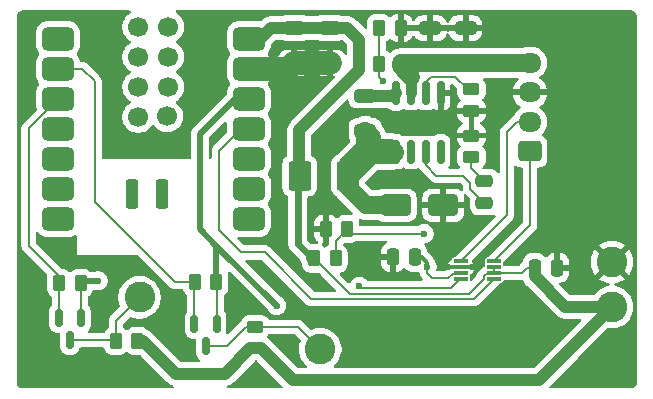
<source format=gtl>
%TF.GenerationSoftware,KiCad,Pcbnew,9.0.5*%
%TF.CreationDate,2025-11-20T08:48:28+01:00*%
%TF.ProjectId,acw02_zb-v1.1,61637730-325f-47a6-922d-76312e312e6b,rev?*%
%TF.SameCoordinates,Original*%
%TF.FileFunction,Copper,L1,Top*%
%TF.FilePolarity,Positive*%
%FSLAX46Y46*%
G04 Gerber Fmt 4.6, Leading zero omitted, Abs format (unit mm)*
G04 Created by KiCad (PCBNEW 9.0.5) date 2025-11-20 08:48:28*
%MOMM*%
%LPD*%
G01*
G04 APERTURE LIST*
G04 Aperture macros list*
%AMRoundRect*
0 Rectangle with rounded corners*
0 $1 Rounding radius*
0 $2 $3 $4 $5 $6 $7 $8 $9 X,Y pos of 4 corners*
0 Add a 4 corners polygon primitive as box body*
4,1,4,$2,$3,$4,$5,$6,$7,$8,$9,$2,$3,0*
0 Add four circle primitives for the rounded corners*
1,1,$1+$1,$2,$3*
1,1,$1+$1,$4,$5*
1,1,$1+$1,$6,$7*
1,1,$1+$1,$8,$9*
0 Add four rect primitives between the rounded corners*
20,1,$1+$1,$2,$3,$4,$5,0*
20,1,$1+$1,$4,$5,$6,$7,0*
20,1,$1+$1,$6,$7,$8,$9,0*
20,1,$1+$1,$8,$9,$2,$3,0*%
G04 Aperture macros list end*
%TA.AperFunction,SMDPad,CuDef*%
%ADD10RoundRect,0.250000X-1.000000X-0.650000X1.000000X-0.650000X1.000000X0.650000X-1.000000X0.650000X0*%
%TD*%
%TA.AperFunction,SMDPad,CuDef*%
%ADD11RoundRect,0.500000X-0.875000X-0.500000X0.875000X-0.500000X0.875000X0.500000X-0.875000X0.500000X0*%
%TD*%
%TA.AperFunction,SMDPad,CuDef*%
%ADD12RoundRect,0.275000X-0.275000X0.975000X-0.275000X-0.975000X0.275000X-0.975000X0.275000X0.975000X0*%
%TD*%
%TA.AperFunction,SMDPad,CuDef*%
%ADD13C,1.700000*%
%TD*%
%TA.AperFunction,SMDPad,CuDef*%
%ADD14RoundRect,0.250000X0.262500X0.450000X-0.262500X0.450000X-0.262500X-0.450000X0.262500X-0.450000X0*%
%TD*%
%TA.AperFunction,ComponentPad*%
%ADD15C,2.600000*%
%TD*%
%TA.AperFunction,SMDPad,CuDef*%
%ADD16RoundRect,0.250000X0.475000X-0.250000X0.475000X0.250000X-0.475000X0.250000X-0.475000X-0.250000X0*%
%TD*%
%TA.AperFunction,SMDPad,CuDef*%
%ADD17RoundRect,0.250000X0.250000X0.475000X-0.250000X0.475000X-0.250000X-0.475000X0.250000X-0.475000X0*%
%TD*%
%TA.AperFunction,SMDPad,CuDef*%
%ADD18RoundRect,0.250000X-0.650000X0.325000X-0.650000X-0.325000X0.650000X-0.325000X0.650000X0.325000X0*%
%TD*%
%TA.AperFunction,SMDPad,CuDef*%
%ADD19RoundRect,0.250000X0.700000X1.000000X-0.700000X1.000000X-0.700000X-1.000000X0.700000X-1.000000X0*%
%TD*%
%TA.AperFunction,SMDPad,CuDef*%
%ADD20RoundRect,0.150000X-0.150000X0.587500X-0.150000X-0.587500X0.150000X-0.587500X0.150000X0.587500X0*%
%TD*%
%TA.AperFunction,SMDPad,CuDef*%
%ADD21RoundRect,0.250000X0.650000X-0.325000X0.650000X0.325000X-0.650000X0.325000X-0.650000X-0.325000X0*%
%TD*%
%TA.AperFunction,SMDPad,CuDef*%
%ADD22RoundRect,0.150000X0.150000X-0.825000X0.150000X0.825000X-0.150000X0.825000X-0.150000X-0.825000X0*%
%TD*%
%TA.AperFunction,HeatsinkPad*%
%ADD23R,3.000000X2.290000*%
%TD*%
%TA.AperFunction,SMDPad,CuDef*%
%ADD24RoundRect,0.250000X-0.450000X0.262500X-0.450000X-0.262500X0.450000X-0.262500X0.450000X0.262500X0*%
%TD*%
%TA.AperFunction,SMDPad,CuDef*%
%ADD25RoundRect,0.250000X0.450000X-0.262500X0.450000X0.262500X-0.450000X0.262500X-0.450000X-0.262500X0*%
%TD*%
%TA.AperFunction,SMDPad,CuDef*%
%ADD26RoundRect,0.250000X-0.262500X-0.450000X0.262500X-0.450000X0.262500X0.450000X-0.262500X0.450000X0*%
%TD*%
%TA.AperFunction,ComponentPad*%
%ADD27RoundRect,0.250000X0.725000X-0.600000X0.725000X0.600000X-0.725000X0.600000X-0.725000X-0.600000X0*%
%TD*%
%TA.AperFunction,ComponentPad*%
%ADD28O,1.950000X1.700000*%
%TD*%
%TA.AperFunction,SMDPad,CuDef*%
%ADD29RoundRect,0.087500X-0.537500X-0.087500X0.537500X-0.087500X0.537500X0.087500X-0.537500X0.087500X0*%
%TD*%
%TA.AperFunction,ViaPad*%
%ADD30C,0.600000*%
%TD*%
%TA.AperFunction,ViaPad*%
%ADD31C,0.700000*%
%TD*%
%TA.AperFunction,Conductor*%
%ADD32C,0.200000*%
%TD*%
%TA.AperFunction,Conductor*%
%ADD33C,1.500000*%
%TD*%
%TA.AperFunction,Conductor*%
%ADD34C,0.900000*%
%TD*%
%TA.AperFunction,Conductor*%
%ADD35C,2.000000*%
%TD*%
%TA.AperFunction,Conductor*%
%ADD36C,0.300000*%
%TD*%
%TA.AperFunction,Conductor*%
%ADD37C,1.000000*%
%TD*%
%TA.AperFunction,Conductor*%
%ADD38C,0.600000*%
%TD*%
%TA.AperFunction,Conductor*%
%ADD39C,0.500000*%
%TD*%
G04 APERTURE END LIST*
D10*
%TO.P,D1,1,K*%
%TO.N,SW*%
X122600000Y-84000000D03*
%TO.P,D1,2,A*%
%TO.N,GND*%
X126600000Y-84000000D03*
%TD*%
D11*
%TO.P,U1,1,GPIO0_A0_D0*%
%TO.N,unconnected-(U1-GPIO0_A0_D0-Pad1)*%
X94000000Y-69920000D03*
%TO.P,U1,2,GPIO1_A1_D1*%
%TO.N,GPIO1*%
X94000000Y-72460000D03*
%TO.P,U1,3,GPIO2_A2_D2*%
%TO.N,GPIO2*%
X94000000Y-75000000D03*
%TO.P,U1,4,GPIO21_D3*%
%TO.N,unconnected-(U1-GPIO21_D3-Pad4)*%
X94000000Y-77540000D03*
%TO.P,U1,5,GPIO22_D4_SDA*%
%TO.N,SDA*%
X94000000Y-80080000D03*
%TO.P,U1,6,GPIO23_D5_SCL*%
%TO.N,SCL*%
X94000000Y-82620000D03*
%TO.P,U1,7,GPIO16_D6_TX*%
%TO.N,unconnected-(U1-GPIO16_D6_TX-Pad7)*%
X94000000Y-85160000D03*
%TO.P,U1,8,GPIO17_D7_RX*%
%TO.N,unconnected-(U1-GPIO17_D7_RX-Pad8)*%
X110165000Y-85160000D03*
%TO.P,U1,9,GPIO19_D8_SCK*%
%TO.N,unconnected-(U1-GPIO19_D8_SCK-Pad9)*%
X110165000Y-82620000D03*
%TO.P,U1,10,GPIO20_D9_MISO*%
%TO.N,RX*%
X110165000Y-80080000D03*
%TO.P,U1,11,GPIO18_D10_MOSI*%
%TO.N,TX*%
X110165000Y-77540000D03*
%TO.P,U1,12,3V3*%
%TO.N,+3.3V*%
X110165000Y-75000000D03*
%TO.P,U1,13,GND*%
%TO.N,GND*%
X110165000Y-72460000D03*
%TO.P,U1,14,5V*%
%TO.N,+5V*%
X110165000Y-69920000D03*
D12*
%TO.P,U1,15,BAT*%
%TO.N,unconnected-(U1-BAT-Pad15)*%
X100273600Y-83071700D03*
%TO.P,U1,16,GND*%
%TO.N,unconnected-(U1-GND-Pad16)*%
X102813600Y-83071700D03*
D13*
%TO.P,U1,17,MTDI*%
%TO.N,unconnected-(U1-MTDI-Pad17)*%
X100781600Y-68898500D03*
%TO.P,U1,18,MTDO*%
%TO.N,unconnected-(U1-MTDO-Pad18)*%
X103321600Y-68898500D03*
%TO.P,U1,19,CHIP_EN*%
%TO.N,unconnected-(U1-CHIP_EN-Pad19)*%
X100781600Y-71438500D03*
%TO.P,U1,20,GND*%
%TO.N,unconnected-(U1-GND-Pad20)*%
X103321600Y-71438500D03*
%TO.P,U1,21,MTMS*%
%TO.N,unconnected-(U1-MTMS-Pad21)*%
X100781600Y-73978500D03*
%TO.P,U1,22,MTCK*%
%TO.N,unconnected-(U1-MTCK-Pad22)*%
X103321600Y-73978500D03*
%TO.P,U1,23,BOOT*%
%TO.N,unconnected-(U1-BOOT-Pad23)*%
X100781600Y-76518500D03*
%TO.P,U1,24,3V3_1*%
%TO.N,unconnected-(U1-3V3_1-Pad24)*%
X103229000Y-76461700D03*
%TD*%
D14*
%TO.P,R10,1*%
%TO.N,+5V*%
X100712500Y-95500000D03*
%TO.P,R10,2*%
%TO.N,GPIO2HV*%
X98887500Y-95500000D03*
%TD*%
D15*
%TO.P,J2,1,Pin_1*%
%TO.N,GPIO1HV*%
X116200000Y-96200000D03*
%TD*%
D14*
%TO.P,R1,1*%
%TO.N,+12V*%
X123000000Y-72000000D03*
%TO.P,R1,2*%
%TO.N,Net-(U3-EN)*%
X121175000Y-72000000D03*
%TD*%
D16*
%TO.P,C6,1*%
%TO.N,Net-(U3-COMP)*%
X130100000Y-83850000D03*
%TO.P,C6,2*%
%TO.N,Net-(C6-Pad2)*%
X130100000Y-81950000D03*
%TD*%
D17*
%TO.P,C1,1*%
%TO.N,+3.3V*%
X124250000Y-88400000D03*
%TO.P,C1,2*%
%TO.N,GND*%
X122350000Y-88400000D03*
%TD*%
D18*
%TO.P,C5,1*%
%TO.N,Net-(U3-BST)*%
X120000000Y-74725000D03*
%TO.P,C5,2*%
%TO.N,SW*%
X120000000Y-77675000D03*
%TD*%
D19*
%TO.P,L1,1*%
%TO.N,SW*%
X118550000Y-81500000D03*
%TO.P,L1,2*%
%TO.N,+5V*%
X114450000Y-81500000D03*
%TD*%
D20*
%TO.P,Q1,1,G*%
%TO.N,+3.3V*%
X95950000Y-93562500D03*
%TO.P,Q1,2,S*%
%TO.N,GPIO2*%
X94050000Y-93562500D03*
%TO.P,Q1,3,D*%
%TO.N,GPIO2HV*%
X95000000Y-95437500D03*
%TD*%
D14*
%TO.P,R5,1*%
%TO.N,Net-(U3-FB)*%
X117500000Y-88500000D03*
%TO.P,R5,2*%
%TO.N,+5V*%
X115675000Y-88500000D03*
%TD*%
D21*
%TO.P,C3,1*%
%TO.N,+12V*%
X125500000Y-71950000D03*
%TO.P,C3,2*%
%TO.N,GND*%
X125500000Y-69000000D03*
%TD*%
D14*
%TO.P,R9,1*%
%TO.N,+3.3V*%
X95912500Y-90600000D03*
%TO.P,R9,2*%
%TO.N,GPIO2*%
X94087500Y-90600000D03*
%TD*%
D22*
%TO.P,U3,1,SW*%
%TO.N,SW*%
X122595000Y-79475000D03*
%TO.P,U3,2,EN*%
%TO.N,Net-(U3-EN)*%
X123865000Y-79475000D03*
%TO.P,U3,3,COMP*%
%TO.N,Net-(U3-COMP)*%
X125135000Y-79475000D03*
%TO.P,U3,4,FB*%
%TO.N,Net-(U3-FB)*%
X126405000Y-79475000D03*
%TO.P,U3,5,GND*%
%TO.N,GND*%
X126405000Y-74525000D03*
%TO.P,U3,6,FREQ*%
%TO.N,Net-(U3-FREQ)*%
X125135000Y-74525000D03*
%TO.P,U3,7,VIN*%
%TO.N,+12V*%
X123865000Y-74525000D03*
%TO.P,U3,8,BST*%
%TO.N,Net-(U3-BST)*%
X122595000Y-74525000D03*
D23*
%TO.P,U3,9,EP*%
%TO.N,GND*%
X124500000Y-77000000D03*
%TD*%
D21*
%TO.P,C2,1*%
%TO.N,+12V*%
X128500000Y-71950000D03*
%TO.P,C2,2*%
%TO.N,GND*%
X128500000Y-69000000D03*
%TD*%
D15*
%TO.P,J5,1,Pin_1*%
%TO.N,GND*%
X140900000Y-88800000D03*
%TD*%
%TO.P,J4,1,Pin_1*%
%TO.N,+5V*%
X140900000Y-92600000D03*
%TD*%
D17*
%TO.P,C4,1*%
%TO.N,GND*%
X136250000Y-89300000D03*
%TO.P,C4,2*%
%TO.N,+5V*%
X134350000Y-89300000D03*
%TD*%
D24*
%TO.P,R4,1*%
%TO.N,Net-(U3-FREQ)*%
X129000000Y-74175000D03*
%TO.P,R4,2*%
%TO.N,GND*%
X129000000Y-76000000D03*
%TD*%
D25*
%TO.P,R8,1*%
%TO.N,+5V*%
X110700000Y-96112500D03*
%TO.P,R8,2*%
%TO.N,GPIO1HV*%
X110700000Y-94287500D03*
%TD*%
D18*
%TO.P,C7,1*%
%TO.N,+5V*%
X117000000Y-69000000D03*
%TO.P,C7,2*%
%TO.N,GND*%
X117000000Y-71950000D03*
%TD*%
D26*
%TO.P,R2,1*%
%TO.N,Net-(U3-EN)*%
X121175000Y-69000000D03*
%TO.P,R2,2*%
%TO.N,GND*%
X123000000Y-69000000D03*
%TD*%
D18*
%TO.P,C8,1*%
%TO.N,+5V*%
X114000000Y-69000000D03*
%TO.P,C8,2*%
%TO.N,GND*%
X114000000Y-71950000D03*
%TD*%
D15*
%TO.P,J3,1,Pin_1*%
%TO.N,GPIO2HV*%
X100900000Y-91800000D03*
%TD*%
D27*
%TO.P,J1,1,Pin_1*%
%TO.N,RX_5V*%
X133955000Y-79450000D03*
D28*
%TO.P,J1,2,Pin_2*%
%TO.N,TX_5V*%
X133955000Y-76950000D03*
%TO.P,J1,3,Pin_3*%
%TO.N,GND*%
X133955000Y-74450000D03*
%TO.P,J1,4,Pin_4*%
%TO.N,+12V*%
X133955000Y-71950000D03*
%TD*%
D29*
%TO.P,U2,1,B2*%
%TO.N,TX_5V*%
X128100000Y-88750000D03*
%TO.P,U2,2,GND*%
%TO.N,GND*%
X128100000Y-89250000D03*
%TO.P,U2,3,VCCA*%
%TO.N,+3.3V*%
X128100000Y-89750000D03*
%TO.P,U2,4,A2*%
%TO.N,RX*%
X128100000Y-90250000D03*
%TO.P,U2,5,A1*%
%TO.N,TX*%
X130900000Y-90250000D03*
%TO.P,U2,6,OE*%
%TO.N,+5V*%
X130900000Y-89750000D03*
%TO.P,U2,7,VCCB*%
X130900000Y-89250000D03*
%TO.P,U2,8,B1*%
%TO.N,RX_5V*%
X130900000Y-88750000D03*
%TD*%
D25*
%TO.P,R6,1*%
%TO.N,Net-(C6-Pad2)*%
X129000000Y-79922500D03*
%TO.P,R6,2*%
%TO.N,GND*%
X129000000Y-78097500D03*
%TD*%
D14*
%TO.P,R7,1*%
%TO.N,+3.3V*%
X107412500Y-90500000D03*
%TO.P,R7,2*%
%TO.N,GPIO1*%
X105587500Y-90500000D03*
%TD*%
%TO.P,R3,1*%
%TO.N,Net-(U3-FB)*%
X118500000Y-86000000D03*
%TO.P,R3,2*%
%TO.N,GND*%
X116675000Y-86000000D03*
%TD*%
D20*
%TO.P,Q2,1,G*%
%TO.N,+3.3V*%
X107450000Y-94062500D03*
%TO.P,Q2,2,S*%
%TO.N,GPIO1*%
X105550000Y-94062500D03*
%TO.P,Q2,3,D*%
%TO.N,GPIO1HV*%
X106500000Y-95937500D03*
%TD*%
D30*
%TO.N,GND*%
X138100000Y-89000000D03*
X139800000Y-84900000D03*
X142000000Y-84900000D03*
D31*
%TO.N,+5V*%
X114400000Y-81500000D03*
D30*
%TO.N,GND*%
X129700000Y-88900000D03*
X110700000Y-98300000D03*
X127000000Y-89250000D03*
X126000000Y-93000000D03*
X98800000Y-79300000D03*
X117500000Y-77000000D03*
X104000000Y-79300000D03*
X92000000Y-98300000D03*
X120000000Y-89000000D03*
X106500000Y-70500000D03*
X127250000Y-86750000D03*
X103600000Y-94300000D03*
X130600000Y-69000000D03*
X130600000Y-69000000D03*
X136900000Y-73100000D03*
X136900000Y-75600000D03*
X106500000Y-72600000D03*
X113100000Y-95400000D03*
X116000000Y-90000000D03*
X114000000Y-74500000D03*
X131600000Y-75500000D03*
X126500000Y-89000000D03*
X98000000Y-92100000D03*
X129100000Y-89250000D03*
X107500000Y-78000000D03*
X111500000Y-89700000D03*
%TO.N,+3.3V*%
X112500000Y-92500000D03*
X107412500Y-90500000D03*
X97400000Y-90400000D03*
X125250000Y-89250000D03*
%TO.N,RX*%
X110165000Y-80080000D03*
X119500000Y-90850000D03*
%TO.N,Net-(U3-EN)*%
X123865000Y-79475000D03*
X121500000Y-73500000D03*
%TO.N,Net-(U3-FB)*%
X125000000Y-86400000D03*
X126405000Y-79475000D03*
%TD*%
D32*
%TO.N,TX*%
X109500000Y-88000000D02*
X107600000Y-86100000D01*
X111500000Y-88000000D02*
X109500000Y-88000000D01*
X115451000Y-91951000D02*
X111500000Y-88000000D01*
X129199000Y-91951000D02*
X115451000Y-91951000D01*
X107600000Y-86100000D02*
X107600000Y-79400000D01*
X107600000Y-79400000D02*
X109460000Y-77540000D01*
X130900000Y-90250000D02*
X129199000Y-91951000D01*
X109460000Y-77540000D02*
X110165000Y-77540000D01*
D33*
%TO.N,+12V*%
X123000000Y-72000000D02*
X123000000Y-72252372D01*
X123000000Y-72252372D02*
X123865000Y-73117372D01*
X123050000Y-71950000D02*
X123000000Y-72000000D01*
X133955000Y-71950000D02*
X128500000Y-71950000D01*
X125500000Y-71950000D02*
X123050000Y-71950000D01*
X128500000Y-71950000D02*
X125500000Y-71950000D01*
D34*
X123865000Y-74525000D02*
X123865000Y-73117372D01*
D35*
%TO.N,GND*%
X113490000Y-72460000D02*
X114000000Y-71950000D01*
D36*
X129100000Y-89250000D02*
X129350000Y-89250000D01*
X129350000Y-89250000D02*
X129700000Y-88900000D01*
X127000000Y-89250000D02*
X126750000Y-89250000D01*
X126750000Y-89250000D02*
X126500000Y-89000000D01*
D35*
X110165000Y-72460000D02*
X113490000Y-72460000D01*
X114000000Y-71950000D02*
X117000000Y-71950000D01*
D36*
X128100000Y-89250000D02*
X127000000Y-89250000D01*
X128100000Y-89250000D02*
X129100000Y-89250000D01*
D37*
%TO.N,+5V*%
X140900000Y-92600000D02*
X136925000Y-92600000D01*
X134700000Y-98800000D02*
X140900000Y-92600000D01*
X110287500Y-96112500D02*
X110700000Y-96112500D01*
X114400000Y-77651222D02*
X114400000Y-81450000D01*
X119500000Y-72551222D02*
X114400000Y-77651222D01*
X115500000Y-88500000D02*
X115675000Y-88500000D01*
D32*
X133700000Y-89300000D02*
X134350000Y-89300000D01*
D37*
X118500000Y-69000000D02*
X119500000Y-70000000D01*
D32*
X130024000Y-90019864D02*
X130024000Y-90276000D01*
D37*
X112000000Y-69000000D02*
X114000000Y-69000000D01*
D32*
X128800000Y-91500000D02*
X118675000Y-91500000D01*
D37*
X114000000Y-69000000D02*
X117000000Y-69000000D01*
D32*
X130900000Y-89750000D02*
X133250000Y-89750000D01*
D37*
X119500000Y-70000000D02*
X119500000Y-72551222D01*
X114250000Y-81500000D02*
X114300000Y-81550000D01*
D32*
X130219864Y-89824000D02*
X130024000Y-90019864D01*
D37*
X110700000Y-96112500D02*
X111212500Y-96112500D01*
X136925000Y-92600000D02*
X134350000Y-90025000D01*
X101200000Y-95500000D02*
X104000000Y-98300000D01*
X114450000Y-81500000D02*
X114250000Y-81500000D01*
D32*
X130900000Y-89750000D02*
X130350000Y-89750000D01*
D37*
X110165000Y-69920000D02*
X111080000Y-69920000D01*
X117000000Y-69000000D02*
X118500000Y-69000000D01*
D38*
X114300000Y-81550000D02*
X114300000Y-87300000D01*
D32*
X130900000Y-89250000D02*
X130900000Y-89750000D01*
D37*
X104000000Y-98300000D02*
X108100000Y-98300000D01*
D32*
X133250000Y-89750000D02*
X133700000Y-89300000D01*
D37*
X114400000Y-81450000D02*
X114450000Y-81500000D01*
D32*
X118675000Y-91500000D02*
X115675000Y-88500000D01*
D37*
X100712500Y-95500000D02*
X101200000Y-95500000D01*
D32*
X130350000Y-89750000D02*
X130276000Y-89824000D01*
D38*
X114300000Y-87300000D02*
X115500000Y-88500000D01*
D37*
X111080000Y-69920000D02*
X112000000Y-69000000D01*
D32*
X130024000Y-90276000D02*
X128800000Y-91500000D01*
X130276000Y-89824000D02*
X130219864Y-89824000D01*
D37*
X111212500Y-96112500D02*
X113900000Y-98800000D01*
X134350000Y-90025000D02*
X134350000Y-89300000D01*
X113900000Y-98800000D02*
X134700000Y-98800000D01*
X108100000Y-98300000D02*
X110287500Y-96112500D01*
D39*
%TO.N,+3.3V*%
X107412500Y-87412500D02*
X106000000Y-86000000D01*
D32*
X95912500Y-93525000D02*
X95950000Y-93562500D01*
X125250000Y-89750000D02*
X125700000Y-90200000D01*
D36*
X125250000Y-89250000D02*
X125250000Y-88850000D01*
D32*
X125700000Y-90200000D02*
X127043864Y-90200000D01*
D39*
X106000000Y-86000000D02*
X106000000Y-78000000D01*
X106000000Y-78000000D02*
X109000000Y-75000000D01*
D36*
X124800000Y-88400000D02*
X124250000Y-88400000D01*
D39*
X109000000Y-75000000D02*
X110165000Y-75000000D01*
D32*
X127419864Y-89824000D02*
X128026000Y-89824000D01*
D39*
X96112500Y-90400000D02*
X95912500Y-90600000D01*
D32*
X127043864Y-90200000D02*
X127419864Y-89824000D01*
X125250000Y-89250000D02*
X125250000Y-89750000D01*
X128026000Y-89824000D02*
X128100000Y-89750000D01*
D36*
X125250000Y-88850000D02*
X124800000Y-88400000D01*
D32*
X95912500Y-90600000D02*
X95912500Y-93525000D01*
D39*
X97400000Y-90400000D02*
X96112500Y-90400000D01*
D32*
X107450000Y-90537500D02*
X107412500Y-90500000D01*
D39*
X107412500Y-90500000D02*
X107412500Y-87412500D01*
X112500000Y-92500000D02*
X107412500Y-87412500D01*
D32*
X107450000Y-94062500D02*
X107450000Y-90537500D01*
%TO.N,RX*%
X119650000Y-91000000D02*
X127250000Y-91000000D01*
X128000000Y-90250000D02*
X128100000Y-90250000D01*
X127250000Y-91000000D02*
X128000000Y-90250000D01*
X119500000Y-90850000D02*
X119650000Y-91000000D01*
%TO.N,TX_5V*%
X132000000Y-84850000D02*
X128100000Y-88750000D01*
X132000000Y-77800000D02*
X132000000Y-84850000D01*
X132850000Y-76950000D02*
X132000000Y-77800000D01*
X133955000Y-76950000D02*
X132850000Y-76950000D01*
%TO.N,RX_5V*%
X133955000Y-79450000D02*
X133955000Y-85695000D01*
X133955000Y-85695000D02*
X130900000Y-88750000D01*
D33*
%TO.N,SW*%
X122600000Y-84000000D02*
X120100000Y-84000000D01*
X118550000Y-81500000D02*
X118800000Y-81500000D01*
X121175000Y-79125000D02*
X122083000Y-79125000D01*
X120100000Y-84000000D02*
X118550000Y-82450000D01*
X122320000Y-79750000D02*
X120550000Y-79750000D01*
X122514000Y-79556000D02*
X122514000Y-79475000D01*
X122083000Y-79125000D02*
X122514000Y-79556000D01*
X118550000Y-80550000D02*
X118550000Y-81500000D01*
X118550000Y-82450000D02*
X118550000Y-81500000D01*
X120000000Y-77675000D02*
X120000000Y-79100000D01*
X118800000Y-81500000D02*
X121175000Y-79125000D01*
X120000000Y-79100000D02*
X118550000Y-80550000D01*
X120550000Y-79750000D02*
X120550000Y-78225000D01*
X122514000Y-79556000D02*
X122320000Y-79750000D01*
X120550000Y-78225000D02*
X120000000Y-77675000D01*
D32*
%TO.N,GPIO2*%
X94050000Y-93562500D02*
X94050000Y-90637500D01*
X91500000Y-87412500D02*
X91500000Y-77500000D01*
X94087500Y-90000000D02*
X91500000Y-87412500D01*
X94050000Y-90637500D02*
X94087500Y-90600000D01*
X91500000Y-77500000D02*
X94000000Y-75000000D01*
X94087500Y-90600000D02*
X94087500Y-90000000D01*
%TO.N,GPIO1*%
X105587500Y-90500000D02*
X103900000Y-90500000D01*
X97100000Y-73500000D02*
X96060000Y-72460000D01*
X105550000Y-94062500D02*
X105550000Y-90537500D01*
X96060000Y-72460000D02*
X94000000Y-72460000D01*
X103900000Y-90500000D02*
X97100000Y-83700000D01*
X97100000Y-83700000D02*
X97100000Y-73500000D01*
X105550000Y-90537500D02*
X105587500Y-90500000D01*
D37*
%TO.N,Net-(U3-BST)*%
X120000000Y-74725000D02*
X122395000Y-74725000D01*
X122395000Y-74725000D02*
X122595000Y-74525000D01*
D32*
%TO.N,Net-(U3-COMP)*%
X130100000Y-83850000D02*
X130100000Y-83800000D01*
X130100000Y-83800000D02*
X128900000Y-82600000D01*
X125135000Y-80635000D02*
X125135000Y-79475000D01*
X128300000Y-81500000D02*
X126000000Y-81500000D01*
X126000000Y-81500000D02*
X125135000Y-80635000D01*
X128900000Y-82100000D02*
X128300000Y-81500000D01*
X128900000Y-82600000D02*
X128900000Y-82100000D01*
%TO.N,Net-(C6-Pad2)*%
X129000000Y-79922500D02*
X129000000Y-80850000D01*
X129000000Y-80850000D02*
X130100000Y-81950000D01*
%TO.N,Net-(U3-EN)*%
X121175000Y-72000000D02*
X121175000Y-73175000D01*
X121175000Y-69000000D02*
X121175000Y-72000000D01*
X121175000Y-73175000D02*
X121500000Y-73500000D01*
%TO.N,Net-(U3-FB)*%
X118500000Y-86000000D02*
X118900000Y-86400000D01*
X118900000Y-86400000D02*
X125000000Y-86400000D01*
X117500000Y-87000000D02*
X118500000Y-86000000D01*
X117500000Y-88500000D02*
X117500000Y-87000000D01*
%TO.N,Net-(U3-FREQ)*%
X125584001Y-73101000D02*
X127601000Y-73101000D01*
X128675000Y-74175000D02*
X129000000Y-74175000D01*
X127601000Y-73101000D02*
X128675000Y-74175000D01*
X125135000Y-73550001D02*
X125584001Y-73101000D01*
X125135000Y-74525000D02*
X125135000Y-73550001D01*
%TO.N,GPIO2HV*%
X98887500Y-95500000D02*
X98887500Y-93812500D01*
X98887500Y-95500000D02*
X98800000Y-95500000D01*
X98887500Y-93812500D02*
X100900000Y-91800000D01*
X98800000Y-95500000D02*
X98737500Y-95437500D01*
X98737500Y-95437500D02*
X95000000Y-95437500D01*
%TO.N,GPIO1HV*%
X114287500Y-94287500D02*
X116200000Y-96200000D01*
X110700000Y-94287500D02*
X114287500Y-94287500D01*
X109912500Y-94287500D02*
X110700000Y-94287500D01*
X108262500Y-95937500D02*
X109912500Y-94287500D01*
X106500000Y-95937500D02*
X108262500Y-95937500D01*
%TD*%
%TA.AperFunction,Conductor*%
%TO.N,GND*%
G36*
X100101140Y-67520185D02*
G01*
X100146895Y-67572989D01*
X100156839Y-67642147D01*
X100127814Y-67705703D01*
X100090395Y-67734985D01*
X100073782Y-67743449D01*
X99901813Y-67868390D01*
X99901809Y-67868394D01*
X99751496Y-68018708D01*
X99751490Y-68018713D01*
X99626551Y-68190679D01*
X99530044Y-68380085D01*
X99530043Y-68380087D01*
X99530043Y-68380088D01*
X99511600Y-68436849D01*
X99464353Y-68582260D01*
X99445041Y-68704195D01*
X99431100Y-68792213D01*
X99431100Y-69004787D01*
X99464354Y-69214743D01*
X99516420Y-69374986D01*
X99530044Y-69416914D01*
X99626551Y-69606320D01*
X99751490Y-69778286D01*
X99901813Y-69928609D01*
X100073782Y-70053550D01*
X100082546Y-70058016D01*
X100133342Y-70105991D01*
X100150136Y-70173812D01*
X100127598Y-70239947D01*
X100082546Y-70278984D01*
X100073782Y-70283449D01*
X99901813Y-70408390D01*
X99751490Y-70558713D01*
X99626551Y-70730679D01*
X99530044Y-70920085D01*
X99464353Y-71122260D01*
X99435271Y-71305880D01*
X99431100Y-71332213D01*
X99431100Y-71544787D01*
X99437779Y-71586954D01*
X99445191Y-71633757D01*
X99464354Y-71754743D01*
X99518356Y-71920944D01*
X99530044Y-71956914D01*
X99626551Y-72146320D01*
X99751490Y-72318286D01*
X99901813Y-72468609D01*
X100073782Y-72593550D01*
X100082546Y-72598016D01*
X100133342Y-72645991D01*
X100150136Y-72713812D01*
X100127598Y-72779947D01*
X100082546Y-72818984D01*
X100073782Y-72823449D01*
X99901813Y-72948390D01*
X99751490Y-73098713D01*
X99626551Y-73270679D01*
X99530044Y-73460085D01*
X99530043Y-73460087D01*
X99530043Y-73460088D01*
X99512809Y-73513129D01*
X99464353Y-73662260D01*
X99431100Y-73872213D01*
X99431100Y-74084786D01*
X99459905Y-74266657D01*
X99464354Y-74294743D01*
X99526987Y-74487508D01*
X99530044Y-74496914D01*
X99626551Y-74686320D01*
X99751490Y-74858286D01*
X99901813Y-75008609D01*
X100073782Y-75133550D01*
X100082546Y-75138016D01*
X100133342Y-75185991D01*
X100150136Y-75253812D01*
X100127598Y-75319947D01*
X100082546Y-75358984D01*
X100073782Y-75363449D01*
X99901813Y-75488390D01*
X99751490Y-75638713D01*
X99626551Y-75810679D01*
X99530044Y-76000085D01*
X99464353Y-76202260D01*
X99446897Y-76312473D01*
X99431100Y-76412213D01*
X99431100Y-76624787D01*
X99437499Y-76665186D01*
X99455357Y-76777943D01*
X99464354Y-76834743D01*
X99528014Y-77030668D01*
X99530044Y-77036914D01*
X99626551Y-77226320D01*
X99751490Y-77398286D01*
X99901813Y-77548609D01*
X100073779Y-77673548D01*
X100073781Y-77673549D01*
X100073784Y-77673551D01*
X100263188Y-77770057D01*
X100465357Y-77835746D01*
X100675313Y-77869000D01*
X100675314Y-77869000D01*
X100887886Y-77869000D01*
X100887887Y-77869000D01*
X101097843Y-77835746D01*
X101300012Y-77770057D01*
X101489416Y-77673551D01*
X101511389Y-77657586D01*
X101661386Y-77548609D01*
X101661388Y-77548606D01*
X101661392Y-77548604D01*
X101811704Y-77398292D01*
X101925616Y-77241504D01*
X101980944Y-77198839D01*
X102050557Y-77192860D01*
X102112352Y-77225465D01*
X102126251Y-77241505D01*
X102198890Y-77341486D01*
X102349213Y-77491809D01*
X102521179Y-77616748D01*
X102521181Y-77616749D01*
X102521184Y-77616751D01*
X102710588Y-77713257D01*
X102912757Y-77778946D01*
X103122713Y-77812200D01*
X103122714Y-77812200D01*
X103335286Y-77812200D01*
X103335287Y-77812200D01*
X103545243Y-77778946D01*
X103747412Y-77713257D01*
X103936816Y-77616751D01*
X104001721Y-77569595D01*
X104108786Y-77491809D01*
X104108793Y-77491803D01*
X104179653Y-77420943D01*
X104259104Y-77341492D01*
X104259106Y-77341488D01*
X104259109Y-77341486D01*
X104384048Y-77169520D01*
X104384047Y-77169520D01*
X104384051Y-77169516D01*
X104480557Y-76980112D01*
X104546246Y-76777943D01*
X104579500Y-76567987D01*
X104579500Y-76355413D01*
X104546246Y-76145457D01*
X104480557Y-75943288D01*
X104384051Y-75753884D01*
X104384049Y-75753881D01*
X104384048Y-75753879D01*
X104259109Y-75581913D01*
X104108790Y-75431594D01*
X104108785Y-75431590D01*
X103998653Y-75351575D01*
X103955987Y-75296246D01*
X103950008Y-75226632D01*
X103982613Y-75164837D01*
X104015242Y-75140772D01*
X104029416Y-75133551D01*
X104113047Y-75072790D01*
X104201386Y-75008609D01*
X104201388Y-75008606D01*
X104201392Y-75008604D01*
X104351704Y-74858292D01*
X104351706Y-74858288D01*
X104351709Y-74858286D01*
X104476648Y-74686320D01*
X104476647Y-74686320D01*
X104476651Y-74686316D01*
X104573157Y-74496912D01*
X104638846Y-74294743D01*
X104672100Y-74084787D01*
X104672100Y-73872213D01*
X104638846Y-73662257D01*
X104573157Y-73460088D01*
X104476651Y-73270684D01*
X104476649Y-73270681D01*
X104476648Y-73270679D01*
X104351709Y-73098713D01*
X104201386Y-72948390D01*
X104029420Y-72823451D01*
X104028715Y-72823091D01*
X104020654Y-72818985D01*
X103969859Y-72771012D01*
X103953063Y-72703192D01*
X103975599Y-72637056D01*
X104020654Y-72598015D01*
X104029416Y-72593551D01*
X104051389Y-72577586D01*
X104201386Y-72468609D01*
X104201388Y-72468606D01*
X104201392Y-72468604D01*
X104351704Y-72318292D01*
X104351706Y-72318288D01*
X104351709Y-72318286D01*
X104476648Y-72146320D01*
X104476647Y-72146320D01*
X104476651Y-72146316D01*
X104573157Y-71956912D01*
X104638846Y-71754743D01*
X104672100Y-71544787D01*
X104672100Y-71332213D01*
X104638846Y-71122257D01*
X104573157Y-70920088D01*
X104476651Y-70730684D01*
X104476649Y-70730681D01*
X104476648Y-70730679D01*
X104351709Y-70558713D01*
X104201386Y-70408390D01*
X104029420Y-70283451D01*
X104028715Y-70283091D01*
X104020654Y-70278985D01*
X103969859Y-70231012D01*
X103953063Y-70163192D01*
X103975599Y-70097056D01*
X104020654Y-70058015D01*
X104029416Y-70053551D01*
X104090897Y-70008883D01*
X104201386Y-69928609D01*
X104201388Y-69928606D01*
X104201392Y-69928604D01*
X104351704Y-69778292D01*
X104351706Y-69778288D01*
X104351709Y-69778286D01*
X104476648Y-69606320D01*
X104476647Y-69606320D01*
X104476651Y-69606316D01*
X104573157Y-69416912D01*
X104638846Y-69214743D01*
X104672100Y-69004787D01*
X104672100Y-68792213D01*
X104638846Y-68582257D01*
X104573157Y-68380088D01*
X104476651Y-68190684D01*
X104476649Y-68190681D01*
X104476648Y-68190679D01*
X104351709Y-68018713D01*
X104201386Y-67868390D01*
X104029417Y-67743449D01*
X104012805Y-67734985D01*
X103962008Y-67687011D01*
X103945213Y-67619190D01*
X103967750Y-67553055D01*
X104022465Y-67509603D01*
X104069099Y-67500500D01*
X142434108Y-67500500D01*
X142493038Y-67500500D01*
X142506922Y-67501280D01*
X142597266Y-67511459D01*
X142624331Y-67517636D01*
X142703540Y-67545352D01*
X142728553Y-67557398D01*
X142799606Y-67602043D01*
X142821313Y-67619355D01*
X142880644Y-67678686D01*
X142897957Y-67700395D01*
X142942600Y-67771444D01*
X142954648Y-67796462D01*
X142982362Y-67875666D01*
X142988540Y-67902735D01*
X142994687Y-67957288D01*
X142998445Y-67990641D01*
X142998720Y-67993076D01*
X142999500Y-68006961D01*
X142999500Y-98993038D01*
X142998720Y-99006922D01*
X142998720Y-99006923D01*
X142988540Y-99097264D01*
X142982362Y-99124333D01*
X142954648Y-99203537D01*
X142942600Y-99228555D01*
X142897957Y-99299604D01*
X142880644Y-99321313D01*
X142821313Y-99380644D01*
X142799604Y-99397957D01*
X142728555Y-99442600D01*
X142703537Y-99454648D01*
X142624333Y-99482362D01*
X142597264Y-99488540D01*
X142517075Y-99497576D01*
X142506921Y-99498720D01*
X142493038Y-99499500D01*
X135714781Y-99499500D01*
X135647742Y-99479815D01*
X135601987Y-99427011D01*
X135592043Y-99357853D01*
X135621068Y-99294297D01*
X135627100Y-99287819D01*
X137988057Y-96926862D01*
X140502309Y-94412609D01*
X140563630Y-94379126D01*
X140606170Y-94377353D01*
X140767106Y-94398540D01*
X140781973Y-94400498D01*
X140781989Y-94400500D01*
X140781996Y-94400500D01*
X141018004Y-94400500D01*
X141018011Y-94400500D01*
X141252014Y-94369693D01*
X141479993Y-94308606D01*
X141698049Y-94218284D01*
X141902450Y-94100273D01*
X142089699Y-93956592D01*
X142256592Y-93789699D01*
X142400273Y-93602450D01*
X142518284Y-93398049D01*
X142608606Y-93179993D01*
X142669693Y-92952014D01*
X142700500Y-92718011D01*
X142700500Y-92481989D01*
X142669693Y-92247986D01*
X142608606Y-92020007D01*
X142518284Y-91801951D01*
X142518282Y-91801948D01*
X142518280Y-91801943D01*
X142476118Y-91728918D01*
X142400273Y-91597550D01*
X142268919Y-91426366D01*
X142256593Y-91410302D01*
X142256587Y-91410295D01*
X142089704Y-91243412D01*
X142089697Y-91243406D01*
X141902454Y-91099730D01*
X141902453Y-91099729D01*
X141902450Y-91099727D01*
X141820957Y-91052677D01*
X141698056Y-90981719D01*
X141698045Y-90981714D01*
X141479993Y-90891394D01*
X141252014Y-90830307D01*
X141219802Y-90826066D01*
X141194129Y-90822686D01*
X141130233Y-90794419D01*
X141091763Y-90736094D01*
X141090932Y-90666229D01*
X141128005Y-90607006D01*
X141191211Y-90577228D01*
X141194132Y-90576808D01*
X141251913Y-90569201D01*
X141479837Y-90508129D01*
X141697819Y-90417839D01*
X141697828Y-90417834D01*
X141902181Y-90299850D01*
X141983723Y-90237279D01*
X141983723Y-90237276D01*
X141147487Y-89401041D01*
X141207890Y-89376022D01*
X141314351Y-89304888D01*
X141404888Y-89214351D01*
X141476022Y-89107890D01*
X141501041Y-89047488D01*
X142337276Y-89883723D01*
X142337279Y-89883723D01*
X142399850Y-89802181D01*
X142517834Y-89597828D01*
X142517839Y-89597819D01*
X142608129Y-89379837D01*
X142669200Y-89151914D01*
X142699999Y-88917985D01*
X142700000Y-88917971D01*
X142700000Y-88682028D01*
X142699999Y-88682014D01*
X142669200Y-88448085D01*
X142608129Y-88220162D01*
X142517839Y-88002180D01*
X142517834Y-88002171D01*
X142399855Y-87797828D01*
X142399854Y-87797827D01*
X142337277Y-87716275D01*
X141501041Y-88552511D01*
X141476022Y-88492110D01*
X141404888Y-88385649D01*
X141314351Y-88295112D01*
X141207890Y-88223978D01*
X141147488Y-88198958D01*
X141983723Y-87362721D01*
X141902172Y-87300145D01*
X141902171Y-87300144D01*
X141697828Y-87182165D01*
X141697819Y-87182160D01*
X141479836Y-87091870D01*
X141479838Y-87091870D01*
X141251914Y-87030799D01*
X141017985Y-87000000D01*
X140782014Y-87000000D01*
X140548085Y-87030799D01*
X140320162Y-87091870D01*
X140102180Y-87182160D01*
X140102171Y-87182165D01*
X139897828Y-87300144D01*
X139897818Y-87300150D01*
X139816275Y-87362720D01*
X139816275Y-87362721D01*
X140652512Y-88198958D01*
X140592110Y-88223978D01*
X140485649Y-88295112D01*
X140395112Y-88385649D01*
X140323978Y-88492110D01*
X140298958Y-88552511D01*
X139462721Y-87716275D01*
X139462720Y-87716275D01*
X139400150Y-87797818D01*
X139400144Y-87797828D01*
X139282165Y-88002171D01*
X139282160Y-88002180D01*
X139191870Y-88220162D01*
X139130799Y-88448085D01*
X139100000Y-88682014D01*
X139100000Y-88917985D01*
X139130799Y-89151914D01*
X139191870Y-89379837D01*
X139282160Y-89597819D01*
X139282165Y-89597828D01*
X139400144Y-89802171D01*
X139400145Y-89802172D01*
X139462721Y-89883723D01*
X140298958Y-89047487D01*
X140323978Y-89107890D01*
X140395112Y-89214351D01*
X140485649Y-89304888D01*
X140592110Y-89376022D01*
X140652511Y-89401041D01*
X139816275Y-90237277D01*
X139897827Y-90299854D01*
X139897828Y-90299855D01*
X140102171Y-90417834D01*
X140102180Y-90417839D01*
X140320163Y-90508129D01*
X140320161Y-90508129D01*
X140548085Y-90569201D01*
X140605868Y-90576808D01*
X140669764Y-90605074D01*
X140708236Y-90663398D01*
X140709068Y-90733263D01*
X140671996Y-90792487D01*
X140608790Y-90822266D01*
X140605870Y-90822686D01*
X140569460Y-90827479D01*
X140547986Y-90830307D01*
X140420847Y-90864374D01*
X140320006Y-90891394D01*
X140101954Y-90981714D01*
X140101943Y-90981719D01*
X139897545Y-91099730D01*
X139710302Y-91243406D01*
X139710295Y-91243412D01*
X139543412Y-91410295D01*
X139543406Y-91410302D01*
X139435457Y-91550986D01*
X139379029Y-91592189D01*
X139337081Y-91599500D01*
X137390782Y-91599500D01*
X137323743Y-91579815D01*
X137303101Y-91563181D01*
X136475859Y-90735939D01*
X136442374Y-90674616D01*
X136447358Y-90604924D01*
X136489230Y-90548991D01*
X136550940Y-90524900D01*
X136652696Y-90514506D01*
X136819119Y-90459358D01*
X136819124Y-90459356D01*
X136968345Y-90367315D01*
X137092315Y-90243345D01*
X137184356Y-90094124D01*
X137184358Y-90094119D01*
X137239505Y-89927697D01*
X137239506Y-89927690D01*
X137249999Y-89824986D01*
X137250000Y-89824973D01*
X137250000Y-89550000D01*
X136374000Y-89550000D01*
X136306961Y-89530315D01*
X136261206Y-89477511D01*
X136250000Y-89426000D01*
X136250000Y-89300000D01*
X136124000Y-89300000D01*
X136056961Y-89280315D01*
X136011206Y-89227511D01*
X136000000Y-89176000D01*
X136000000Y-89050000D01*
X136500000Y-89050000D01*
X137249999Y-89050000D01*
X137249999Y-88775028D01*
X137249998Y-88775013D01*
X137241371Y-88690565D01*
X137241371Y-88690562D01*
X137239506Y-88672303D01*
X137184358Y-88505880D01*
X137184356Y-88505875D01*
X137092315Y-88356654D01*
X136968345Y-88232684D01*
X136819124Y-88140643D01*
X136819119Y-88140641D01*
X136652697Y-88085494D01*
X136652690Y-88085493D01*
X136549986Y-88075000D01*
X136500000Y-88075000D01*
X136500000Y-89050000D01*
X136000000Y-89050000D01*
X136000000Y-88075000D01*
X135999999Y-88074999D01*
X135950029Y-88075000D01*
X135950011Y-88075001D01*
X135847302Y-88085494D01*
X135680880Y-88140641D01*
X135680875Y-88140643D01*
X135531654Y-88232684D01*
X135407683Y-88356655D01*
X135407679Y-88356660D01*
X135405826Y-88359665D01*
X135404018Y-88361290D01*
X135403202Y-88362323D01*
X135403025Y-88362183D01*
X135353874Y-88406385D01*
X135284911Y-88417601D01*
X135220831Y-88389752D01*
X135194753Y-88359653D01*
X135194737Y-88359628D01*
X135192712Y-88356344D01*
X135068656Y-88232288D01*
X134919334Y-88140186D01*
X134752797Y-88085001D01*
X134752795Y-88085000D01*
X134650010Y-88074500D01*
X134049998Y-88074500D01*
X134049980Y-88074501D01*
X133947203Y-88085000D01*
X133947200Y-88085001D01*
X133780668Y-88140185D01*
X133780663Y-88140187D01*
X133631342Y-88232289D01*
X133507289Y-88356342D01*
X133415187Y-88505663D01*
X133415185Y-88505668D01*
X133403189Y-88541870D01*
X133360001Y-88672203D01*
X133360001Y-88672204D01*
X133360000Y-88672204D01*
X133350993Y-88760370D01*
X133341697Y-88783149D01*
X133336468Y-88807192D01*
X133326398Y-88820643D01*
X133324596Y-88825061D01*
X133315317Y-88835447D01*
X133219480Y-88931284D01*
X133219479Y-88931284D01*
X133219478Y-88931285D01*
X133219478Y-88931286D01*
X133116596Y-89034169D01*
X133037584Y-89113181D01*
X132976261Y-89146666D01*
X132949903Y-89149500D01*
X131777626Y-89149500D01*
X131763638Y-89145392D01*
X131749084Y-89146170D01*
X131730788Y-89135746D01*
X131710587Y-89129815D01*
X131699942Y-89118173D01*
X131688376Y-89111584D01*
X131674361Y-89090196D01*
X131667738Y-89082952D01*
X131662252Y-89072460D01*
X131661691Y-89069637D01*
X131657487Y-89063346D01*
X131654406Y-89057452D01*
X131648842Y-89029450D01*
X131640314Y-89002215D01*
X131642121Y-88995624D01*
X131640790Y-88988922D01*
X131651246Y-88962361D01*
X131658798Y-88934834D01*
X131661187Y-88931116D01*
X131661691Y-88930363D01*
X131673535Y-88870821D01*
X131676689Y-88854967D01*
X131678639Y-88855354D01*
X131701367Y-88799048D01*
X131710930Y-88788304D01*
X134313506Y-86185727D01*
X134313511Y-86185724D01*
X134323714Y-86175520D01*
X134323716Y-86175520D01*
X134435520Y-86063716D01*
X134514577Y-85926784D01*
X134555500Y-85774057D01*
X134555500Y-80924499D01*
X134575185Y-80857460D01*
X134627989Y-80811705D01*
X134679500Y-80800499D01*
X134730002Y-80800499D01*
X134730008Y-80800499D01*
X134832797Y-80789999D01*
X134999334Y-80734814D01*
X135148656Y-80642712D01*
X135272712Y-80518656D01*
X135364814Y-80369334D01*
X135419999Y-80202797D01*
X135430500Y-80100009D01*
X135430499Y-78799992D01*
X135419999Y-78697203D01*
X135364814Y-78530666D01*
X135272712Y-78381344D01*
X135148656Y-78257288D01*
X134999334Y-78165186D01*
X134999333Y-78165185D01*
X134993878Y-78161821D01*
X134947154Y-78109873D01*
X134935931Y-78040910D01*
X134963775Y-77976828D01*
X134971272Y-77968623D01*
X135110104Y-77829792D01*
X135235051Y-77657816D01*
X135331557Y-77468412D01*
X135397246Y-77266243D01*
X135430500Y-77056287D01*
X135430500Y-76843713D01*
X135397246Y-76633757D01*
X135331557Y-76431588D01*
X135235051Y-76242184D01*
X135235049Y-76242181D01*
X135235048Y-76242179D01*
X135110109Y-76070213D01*
X134959790Y-75919894D01*
X134959785Y-75919890D01*
X134794781Y-75800008D01*
X134752115Y-75744678D01*
X134746136Y-75675065D01*
X134778741Y-75613270D01*
X134794781Y-75599371D01*
X134959466Y-75479721D01*
X135109723Y-75329464D01*
X135109727Y-75329459D01*
X135234620Y-75157557D01*
X135331095Y-74968217D01*
X135396757Y-74766129D01*
X135396757Y-74766126D01*
X135407231Y-74700000D01*
X134359146Y-74700000D01*
X134397630Y-74633343D01*
X134430000Y-74512535D01*
X134430000Y-74387465D01*
X134397630Y-74266657D01*
X134359146Y-74200000D01*
X135407231Y-74200000D01*
X135396757Y-74133873D01*
X135396757Y-74133870D01*
X135331095Y-73931782D01*
X135234620Y-73742442D01*
X135109727Y-73570540D01*
X135109723Y-73570535D01*
X134959464Y-73420276D01*
X134959459Y-73420272D01*
X134794781Y-73300627D01*
X134752115Y-73245297D01*
X134746136Y-73175684D01*
X134778741Y-73113889D01*
X134794776Y-73099994D01*
X134959792Y-72980104D01*
X135110104Y-72829792D01*
X135110106Y-72829788D01*
X135110109Y-72829786D01*
X135235048Y-72657820D01*
X135235047Y-72657820D01*
X135235051Y-72657816D01*
X135331557Y-72468412D01*
X135397246Y-72266243D01*
X135430500Y-72056287D01*
X135430500Y-71843713D01*
X135397246Y-71633757D01*
X135331557Y-71431588D01*
X135235051Y-71242184D01*
X135235049Y-71242181D01*
X135235048Y-71242179D01*
X135110109Y-71070213D01*
X134959786Y-70919890D01*
X134787820Y-70794951D01*
X134598414Y-70698444D01*
X134598413Y-70698443D01*
X134598412Y-70698443D01*
X134396243Y-70632754D01*
X134396241Y-70632753D01*
X134396240Y-70632753D01*
X134234957Y-70607208D01*
X134186287Y-70599500D01*
X133723713Y-70599500D01*
X133684202Y-70605757D01*
X133513759Y-70632753D01*
X133327012Y-70693431D01*
X133288694Y-70699500D01*
X122951578Y-70699500D01*
X122757172Y-70730291D01*
X122757169Y-70730291D01*
X122569974Y-70791115D01*
X122569973Y-70791115D01*
X122444945Y-70854820D01*
X122427664Y-70862038D01*
X122418167Y-70865185D01*
X122418166Y-70865186D01*
X122268842Y-70957289D01*
X122175181Y-71050951D01*
X122172402Y-71052468D01*
X122170749Y-71055170D01*
X122141935Y-71069104D01*
X122113858Y-71084436D01*
X122110700Y-71084210D01*
X122107849Y-71085589D01*
X122076080Y-71081734D01*
X122044166Y-71079452D01*
X122040688Y-71077439D01*
X122038488Y-71077173D01*
X122028386Y-71070323D01*
X122008384Y-71058751D01*
X122003920Y-71055052D01*
X121906156Y-70957288D01*
X121827048Y-70908494D01*
X121820384Y-70902972D01*
X121805492Y-70880887D01*
X121787678Y-70861081D01*
X121785411Y-70851105D01*
X121781322Y-70845041D01*
X121781030Y-70831828D01*
X121775500Y-70807491D01*
X121775500Y-70192507D01*
X121795185Y-70125468D01*
X121834403Y-70086968D01*
X121906156Y-70042712D01*
X122000175Y-69948692D01*
X122061494Y-69915210D01*
X122131186Y-69920194D01*
X122175534Y-69948695D01*
X122269154Y-70042315D01*
X122418375Y-70134356D01*
X122418380Y-70134358D01*
X122584802Y-70189505D01*
X122584809Y-70189506D01*
X122687519Y-70199999D01*
X123250000Y-70199999D01*
X123312472Y-70199999D01*
X123312486Y-70199998D01*
X123415197Y-70189505D01*
X123581619Y-70134358D01*
X123581624Y-70134356D01*
X123730845Y-70042315D01*
X123854815Y-69918345D01*
X123946856Y-69769124D01*
X123946859Y-69769117D01*
X123966619Y-69709485D01*
X124006391Y-69652040D01*
X124070906Y-69625216D01*
X124139682Y-69637530D01*
X124189864Y-69683391D01*
X124257684Y-69793345D01*
X124381654Y-69917315D01*
X124530875Y-70009356D01*
X124530880Y-70009358D01*
X124697302Y-70064505D01*
X124697309Y-70064506D01*
X124800019Y-70074999D01*
X125249999Y-70074999D01*
X125750000Y-70074999D01*
X126199972Y-70074999D01*
X126199986Y-70074998D01*
X126302697Y-70064505D01*
X126469119Y-70009358D01*
X126469124Y-70009356D01*
X126618345Y-69917315D01*
X126742315Y-69793345D01*
X126834356Y-69644124D01*
X126834359Y-69644117D01*
X126882293Y-69499461D01*
X126922065Y-69442016D01*
X126986581Y-69415192D01*
X127055357Y-69427507D01*
X127106557Y-69475049D01*
X127117705Y-69499459D01*
X127165642Y-69644121D01*
X127165643Y-69644124D01*
X127257684Y-69793345D01*
X127381654Y-69917315D01*
X127530875Y-70009356D01*
X127530880Y-70009358D01*
X127697302Y-70064505D01*
X127697309Y-70064506D01*
X127800019Y-70074999D01*
X128249999Y-70074999D01*
X128750000Y-70074999D01*
X129199972Y-70074999D01*
X129199986Y-70074998D01*
X129302697Y-70064505D01*
X129469119Y-70009358D01*
X129469124Y-70009356D01*
X129618345Y-69917315D01*
X129742315Y-69793345D01*
X129834356Y-69644124D01*
X129834358Y-69644119D01*
X129889505Y-69477697D01*
X129889506Y-69477690D01*
X129899999Y-69374986D01*
X129900000Y-69374973D01*
X129900000Y-69250000D01*
X128750000Y-69250000D01*
X128750000Y-70074999D01*
X128249999Y-70074999D01*
X128250000Y-70074998D01*
X128250000Y-69250000D01*
X127100000Y-69250000D01*
X127087680Y-69262320D01*
X127026357Y-69295804D01*
X126956665Y-69290819D01*
X126912319Y-69262319D01*
X126900000Y-69250000D01*
X125750000Y-69250000D01*
X125750000Y-70074999D01*
X125249999Y-70074999D01*
X125250000Y-70074998D01*
X125250000Y-69250000D01*
X123250000Y-69250000D01*
X123250000Y-70199999D01*
X122687519Y-70199999D01*
X122749999Y-70199998D01*
X122750000Y-70199998D01*
X122750000Y-68750000D01*
X123250000Y-68750000D01*
X125250000Y-68750000D01*
X125750000Y-68750000D01*
X126899998Y-68750000D01*
X126912317Y-68737681D01*
X126973640Y-68704195D01*
X127043331Y-68709179D01*
X127087680Y-68737680D01*
X127100000Y-68750000D01*
X128250000Y-68750000D01*
X128750000Y-68750000D01*
X129899999Y-68750000D01*
X129899999Y-68625028D01*
X129899998Y-68625013D01*
X129889505Y-68522302D01*
X129834358Y-68355880D01*
X129834356Y-68355875D01*
X129742315Y-68206654D01*
X129618345Y-68082684D01*
X129469124Y-67990643D01*
X129469119Y-67990641D01*
X129302697Y-67935494D01*
X129302690Y-67935493D01*
X129199986Y-67925000D01*
X128750000Y-67925000D01*
X128750000Y-68750000D01*
X128250000Y-68750000D01*
X128250000Y-67925000D01*
X127800028Y-67925000D01*
X127800012Y-67925001D01*
X127697302Y-67935494D01*
X127530880Y-67990641D01*
X127530875Y-67990643D01*
X127381654Y-68082684D01*
X127257684Y-68206654D01*
X127165643Y-68355875D01*
X127165641Y-68355880D01*
X127117706Y-68500539D01*
X127077933Y-68557984D01*
X127013417Y-68584807D01*
X126944641Y-68572492D01*
X126893442Y-68524949D01*
X126882294Y-68500539D01*
X126834358Y-68355880D01*
X126834356Y-68355875D01*
X126742315Y-68206654D01*
X126618345Y-68082684D01*
X126469124Y-67990643D01*
X126469119Y-67990641D01*
X126302697Y-67935494D01*
X126302690Y-67935493D01*
X126199986Y-67925000D01*
X125750000Y-67925000D01*
X125750000Y-68750000D01*
X125250000Y-68750000D01*
X125250000Y-67925000D01*
X124800028Y-67925000D01*
X124800012Y-67925001D01*
X124697302Y-67935494D01*
X124530880Y-67990641D01*
X124530875Y-67990643D01*
X124381654Y-68082684D01*
X124257682Y-68206656D01*
X124189863Y-68316608D01*
X124137915Y-68363332D01*
X124068952Y-68374553D01*
X124004870Y-68346710D01*
X123966619Y-68290514D01*
X123946858Y-68230880D01*
X123946856Y-68230875D01*
X123854815Y-68081654D01*
X123730845Y-67957684D01*
X123581624Y-67865643D01*
X123581619Y-67865641D01*
X123415197Y-67810494D01*
X123415190Y-67810493D01*
X123312486Y-67800000D01*
X123250000Y-67800000D01*
X123250000Y-68750000D01*
X122750000Y-68750000D01*
X122750000Y-67800000D01*
X122749999Y-67799999D01*
X122687528Y-67800000D01*
X122687511Y-67800001D01*
X122584802Y-67810494D01*
X122418380Y-67865641D01*
X122418375Y-67865643D01*
X122269157Y-67957682D01*
X122175534Y-68051305D01*
X122114210Y-68084789D01*
X122044519Y-68079805D01*
X122000172Y-68051304D01*
X121906157Y-67957289D01*
X121906156Y-67957288D01*
X121773825Y-67875666D01*
X121756836Y-67865187D01*
X121756831Y-67865185D01*
X121755362Y-67864698D01*
X121590297Y-67810001D01*
X121590295Y-67810000D01*
X121487510Y-67799500D01*
X120862498Y-67799500D01*
X120862480Y-67799501D01*
X120759703Y-67810000D01*
X120759700Y-67810001D01*
X120593168Y-67865185D01*
X120593163Y-67865187D01*
X120443842Y-67957289D01*
X120319789Y-68081342D01*
X120227687Y-68230663D01*
X120227685Y-68230668D01*
X120221199Y-68250242D01*
X120172501Y-68397203D01*
X120172501Y-68397204D01*
X120172500Y-68397204D01*
X120162000Y-68499983D01*
X120162000Y-68947717D01*
X120142315Y-69014756D01*
X120089511Y-69060511D01*
X120020353Y-69070455D01*
X119956797Y-69041430D01*
X119950319Y-69035398D01*
X119284209Y-68369289D01*
X119284206Y-68369285D01*
X119284206Y-68369286D01*
X119277139Y-68362219D01*
X119277139Y-68362218D01*
X119137782Y-68222861D01*
X119137781Y-68222860D01*
X119137780Y-68222859D01*
X118973920Y-68113371D01*
X118973911Y-68113366D01*
X118852070Y-68062898D01*
X118852068Y-68062897D01*
X118845165Y-68060038D01*
X118791836Y-68037949D01*
X118695105Y-68018708D01*
X118690495Y-68017791D01*
X118690488Y-68017789D01*
X118598543Y-67999500D01*
X118598541Y-67999500D01*
X118016798Y-67999500D01*
X117976795Y-67990631D01*
X117976190Y-67992458D01*
X117969334Y-67990186D01*
X117802797Y-67935001D01*
X117802795Y-67935000D01*
X117700010Y-67924500D01*
X116299998Y-67924500D01*
X116299981Y-67924501D01*
X116197203Y-67935000D01*
X116197200Y-67935001D01*
X116023810Y-67992458D01*
X116023204Y-67990631D01*
X115983202Y-67999500D01*
X115016798Y-67999500D01*
X114976795Y-67990631D01*
X114976190Y-67992458D01*
X114969334Y-67990186D01*
X114802797Y-67935001D01*
X114802795Y-67935000D01*
X114700010Y-67924500D01*
X113299998Y-67924500D01*
X113299981Y-67924501D01*
X113197203Y-67935000D01*
X113197200Y-67935001D01*
X113023810Y-67992458D01*
X113023204Y-67990631D01*
X112983202Y-67999500D01*
X111901456Y-67999500D01*
X111708171Y-68037947D01*
X111708163Y-68037949D01*
X111640704Y-68065892D01*
X111640703Y-68065892D01*
X111526092Y-68113364D01*
X111526079Y-68113371D01*
X111362218Y-68222860D01*
X111201024Y-68384054D01*
X111139701Y-68417538D01*
X111102365Y-68419884D01*
X111098037Y-68419500D01*
X111098032Y-68419500D01*
X109231971Y-68419500D01*
X109231965Y-68419500D01*
X109231964Y-68419501D01*
X109227645Y-68419885D01*
X109112584Y-68430113D01*
X108916954Y-68486089D01*
X108847628Y-68522302D01*
X108736593Y-68580302D01*
X108736591Y-68580303D01*
X108736590Y-68580304D01*
X108578890Y-68708890D01*
X108450304Y-68866590D01*
X108356089Y-69046954D01*
X108300114Y-69242583D01*
X108300113Y-69242586D01*
X108289500Y-69361966D01*
X108289500Y-70478028D01*
X108289501Y-70478034D01*
X108300113Y-70597415D01*
X108356089Y-70793045D01*
X108356090Y-70793048D01*
X108356091Y-70793049D01*
X108450302Y-70973407D01*
X108450304Y-70973409D01*
X108563338Y-71112035D01*
X108590447Y-71176432D01*
X108578438Y-71245261D01*
X108563338Y-71268757D01*
X108450721Y-71406870D01*
X108356557Y-71587138D01*
X108300609Y-71782671D01*
X108300608Y-71782674D01*
X108290000Y-71901999D01*
X108290000Y-73018000D01*
X108300608Y-73137325D01*
X108300609Y-73137328D01*
X108356557Y-73332861D01*
X108450721Y-73513129D01*
X108563338Y-73651242D01*
X108590447Y-73715638D01*
X108578438Y-73784468D01*
X108563338Y-73807963D01*
X108450305Y-73946587D01*
X108356089Y-74126954D01*
X108300114Y-74322583D01*
X108300113Y-74322586D01*
X108289500Y-74441966D01*
X108289500Y-74597770D01*
X108269815Y-74664809D01*
X108253181Y-74685451D01*
X105417048Y-77521583D01*
X105398994Y-77548604D01*
X105380300Y-77576583D01*
X105334919Y-77644499D01*
X105334912Y-77644511D01*
X105278343Y-77781082D01*
X105278340Y-77781092D01*
X105249500Y-77926079D01*
X105249500Y-79976000D01*
X105229815Y-80043039D01*
X105177011Y-80088794D01*
X105125500Y-80100000D01*
X97824500Y-80100000D01*
X97757461Y-80080315D01*
X97711706Y-80027511D01*
X97700500Y-79976000D01*
X97700500Y-73420945D01*
X97700500Y-73420943D01*
X97675693Y-73328361D01*
X97659577Y-73268215D01*
X97621092Y-73201557D01*
X97621092Y-73201556D01*
X97580524Y-73131290D01*
X97580521Y-73131286D01*
X97580520Y-73131284D01*
X97468716Y-73019480D01*
X97468715Y-73019479D01*
X97464385Y-73015149D01*
X97464374Y-73015139D01*
X96547590Y-72098355D01*
X96547588Y-72098352D01*
X96428717Y-71979481D01*
X96428716Y-71979480D01*
X96327326Y-71920943D01*
X96327325Y-71920942D01*
X96294520Y-71902002D01*
X96291785Y-71900423D01*
X96291784Y-71900422D01*
X96291783Y-71900422D01*
X96235881Y-71885443D01*
X96139057Y-71859499D01*
X95980943Y-71859499D01*
X95980390Y-71859499D01*
X95913351Y-71839814D01*
X95867596Y-71787010D01*
X95861176Y-71769617D01*
X95808909Y-71586951D01*
X95714698Y-71406593D01*
X95601983Y-71268359D01*
X95574875Y-71203965D01*
X95586884Y-71135135D01*
X95601981Y-71111642D01*
X95714698Y-70973407D01*
X95808909Y-70793049D01*
X95864886Y-70597418D01*
X95875500Y-70478037D01*
X95875499Y-69361964D01*
X95864886Y-69242582D01*
X95808909Y-69046951D01*
X95714698Y-68866593D01*
X95619629Y-68750000D01*
X95586109Y-68708890D01*
X95430808Y-68582260D01*
X95428407Y-68580302D01*
X95248049Y-68486091D01*
X95248048Y-68486090D01*
X95248045Y-68486089D01*
X95130829Y-68452550D01*
X95052418Y-68430114D01*
X95052415Y-68430113D01*
X95052413Y-68430113D01*
X94986102Y-68424217D01*
X94933037Y-68419500D01*
X94933032Y-68419500D01*
X93066971Y-68419500D01*
X93066965Y-68419500D01*
X93066964Y-68419501D01*
X93062645Y-68419885D01*
X92947584Y-68430113D01*
X92751954Y-68486089D01*
X92682628Y-68522302D01*
X92571593Y-68580302D01*
X92571591Y-68580303D01*
X92571590Y-68580304D01*
X92413890Y-68708890D01*
X92285304Y-68866590D01*
X92191089Y-69046954D01*
X92135114Y-69242583D01*
X92135113Y-69242586D01*
X92124500Y-69361966D01*
X92124500Y-70478028D01*
X92124501Y-70478034D01*
X92135113Y-70597415D01*
X92191089Y-70793045D01*
X92191090Y-70793048D01*
X92191091Y-70793049D01*
X92285302Y-70973407D01*
X92285304Y-70973409D01*
X92398015Y-71111639D01*
X92425124Y-71176036D01*
X92413115Y-71244865D01*
X92398015Y-71268361D01*
X92367423Y-71305880D01*
X92285302Y-71406593D01*
X92272246Y-71431588D01*
X92191089Y-71586954D01*
X92146332Y-71743376D01*
X92138826Y-71769611D01*
X92135114Y-71782583D01*
X92135113Y-71782586D01*
X92124500Y-71901966D01*
X92124500Y-73018028D01*
X92124500Y-73018033D01*
X92124501Y-73018036D01*
X92125120Y-73024998D01*
X92135113Y-73137415D01*
X92191089Y-73333045D01*
X92191090Y-73333048D01*
X92191091Y-73333049D01*
X92285302Y-73513407D01*
X92310016Y-73543716D01*
X92398015Y-73651639D01*
X92425124Y-73716036D01*
X92413115Y-73784865D01*
X92398015Y-73808361D01*
X92285307Y-73946587D01*
X92285302Y-73946593D01*
X92253555Y-74007370D01*
X92191089Y-74126954D01*
X92135114Y-74322583D01*
X92135113Y-74322586D01*
X92124500Y-74441966D01*
X92124500Y-75558028D01*
X92124501Y-75558034D01*
X92135113Y-75677415D01*
X92190282Y-75870224D01*
X92189799Y-75940092D01*
X92158747Y-75992016D01*
X91131286Y-77019478D01*
X91019481Y-77131282D01*
X91019480Y-77131284D01*
X90981422Y-77197203D01*
X90949088Y-77253206D01*
X90941562Y-77266243D01*
X90940423Y-77268215D01*
X90899499Y-77420943D01*
X90899499Y-77420945D01*
X90899499Y-77589046D01*
X90899500Y-77589059D01*
X90899500Y-87325830D01*
X90899499Y-87325848D01*
X90899499Y-87491554D01*
X90899498Y-87491554D01*
X90940423Y-87644286D01*
X90940424Y-87644287D01*
X90960569Y-87679179D01*
X91014276Y-87772203D01*
X91019481Y-87781217D01*
X91138349Y-87900085D01*
X91138355Y-87900090D01*
X93068367Y-89830103D01*
X93101852Y-89891426D01*
X93098393Y-89956786D01*
X93085001Y-89997202D01*
X93074500Y-90099983D01*
X93074500Y-91100001D01*
X93074501Y-91100019D01*
X93085000Y-91202796D01*
X93085001Y-91202799D01*
X93140185Y-91369331D01*
X93140187Y-91369336D01*
X93232289Y-91518657D01*
X93356345Y-91642713D01*
X93390594Y-91663837D01*
X93437320Y-91715784D01*
X93449500Y-91769377D01*
X93449500Y-92454191D01*
X93429815Y-92521230D01*
X93413181Y-92541872D01*
X93381923Y-92573129D01*
X93381917Y-92573137D01*
X93298255Y-92714603D01*
X93298254Y-92714606D01*
X93252402Y-92872426D01*
X93252401Y-92872432D01*
X93249500Y-92909298D01*
X93249500Y-94215701D01*
X93252401Y-94252567D01*
X93252402Y-94252573D01*
X93298254Y-94410393D01*
X93298255Y-94410396D01*
X93381917Y-94551862D01*
X93381923Y-94551870D01*
X93498129Y-94668076D01*
X93498133Y-94668079D01*
X93498135Y-94668081D01*
X93639602Y-94751744D01*
X93681224Y-94763836D01*
X93797426Y-94797597D01*
X93797429Y-94797597D01*
X93797431Y-94797598D01*
X93834306Y-94800500D01*
X94075500Y-94800500D01*
X94142539Y-94820185D01*
X94188294Y-94872989D01*
X94199500Y-94924500D01*
X94199500Y-96090701D01*
X94202401Y-96127567D01*
X94202402Y-96127573D01*
X94248254Y-96285393D01*
X94248255Y-96285396D01*
X94331917Y-96426862D01*
X94331923Y-96426870D01*
X94448129Y-96543076D01*
X94448133Y-96543079D01*
X94448135Y-96543081D01*
X94589602Y-96626744D01*
X94617372Y-96634812D01*
X94747426Y-96672597D01*
X94747429Y-96672597D01*
X94747431Y-96672598D01*
X94784306Y-96675500D01*
X94784314Y-96675500D01*
X95215686Y-96675500D01*
X95215694Y-96675500D01*
X95252569Y-96672598D01*
X95252571Y-96672597D01*
X95252573Y-96672597D01*
X95294191Y-96660505D01*
X95410398Y-96626744D01*
X95551865Y-96543081D01*
X95668081Y-96426865D01*
X95751744Y-96285398D01*
X95797598Y-96127569D01*
X95797646Y-96127405D01*
X95835252Y-96068519D01*
X95898725Y-96039313D01*
X95916722Y-96038000D01*
X97773988Y-96038000D01*
X97841027Y-96057685D01*
X97886782Y-96110489D01*
X97891694Y-96122996D01*
X97893211Y-96127573D01*
X97940186Y-96269334D01*
X98032288Y-96418656D01*
X98156344Y-96542712D01*
X98305666Y-96634814D01*
X98472203Y-96689999D01*
X98574991Y-96700500D01*
X99200008Y-96700499D01*
X99200016Y-96700498D01*
X99200019Y-96700498D01*
X99256302Y-96694748D01*
X99302797Y-96689999D01*
X99469334Y-96634814D01*
X99618656Y-96542712D01*
X99712319Y-96449049D01*
X99773642Y-96415564D01*
X99843334Y-96420548D01*
X99887681Y-96449049D01*
X99981344Y-96542712D01*
X100130666Y-96634814D01*
X100297203Y-96689999D01*
X100399991Y-96700500D01*
X100934217Y-96700499D01*
X101001256Y-96720183D01*
X101021898Y-96736818D01*
X103219735Y-98934655D01*
X103219764Y-98934686D01*
X103362214Y-99077136D01*
X103362218Y-99077139D01*
X103526079Y-99186628D01*
X103526092Y-99186635D01*
X103654833Y-99239961D01*
X103705479Y-99260939D01*
X103759883Y-99304780D01*
X103781948Y-99371074D01*
X103764669Y-99438773D01*
X103713532Y-99486384D01*
X103658027Y-99499500D01*
X91006962Y-99499500D01*
X90993078Y-99498720D01*
X90980553Y-99497308D01*
X90902735Y-99488540D01*
X90875666Y-99482362D01*
X90796462Y-99454648D01*
X90771444Y-99442600D01*
X90700395Y-99397957D01*
X90678686Y-99380644D01*
X90619355Y-99321313D01*
X90602042Y-99299604D01*
X90598707Y-99294297D01*
X90557398Y-99228553D01*
X90545351Y-99203537D01*
X90539434Y-99186628D01*
X90517636Y-99124331D01*
X90511459Y-99097263D01*
X90501280Y-99006922D01*
X90500500Y-98993038D01*
X90500500Y-68006961D01*
X90501280Y-67993077D01*
X90501554Y-67990643D01*
X90511460Y-67902729D01*
X90517635Y-67875670D01*
X90545353Y-67796456D01*
X90557396Y-67771450D01*
X90602046Y-67700389D01*
X90619351Y-67678690D01*
X90678690Y-67619351D01*
X90700389Y-67602046D01*
X90771450Y-67557396D01*
X90796456Y-67545353D01*
X90875670Y-67517635D01*
X90902733Y-67511459D01*
X90965419Y-67504396D01*
X90993079Y-67501280D01*
X91006962Y-67500500D01*
X91065892Y-67500500D01*
X100034101Y-67500500D01*
X100101140Y-67520185D01*
G37*
%TD.AperFunction*%
%TA.AperFunction,Conductor*%
G36*
X110826256Y-97145184D02*
G01*
X110846898Y-97161818D01*
X112972899Y-99287819D01*
X113006384Y-99349142D01*
X113001400Y-99418834D01*
X112959528Y-99474767D01*
X112894064Y-99499184D01*
X112885218Y-99499500D01*
X108441973Y-99499500D01*
X108431161Y-99496325D01*
X108419960Y-99497530D01*
X108398239Y-99486658D01*
X108374934Y-99479815D01*
X108367555Y-99471300D01*
X108357480Y-99466257D01*
X108345084Y-99445367D01*
X108329179Y-99427011D01*
X108327575Y-99415858D01*
X108321826Y-99406169D01*
X108322692Y-99381897D01*
X108319235Y-99357853D01*
X108323916Y-99347602D01*
X108324318Y-99336344D01*
X108338168Y-99316393D01*
X108348260Y-99294297D01*
X108358773Y-99286715D01*
X108364164Y-99278951D01*
X108394510Y-99260944D01*
X108394513Y-99260941D01*
X108445165Y-99239961D01*
X108573914Y-99186632D01*
X108737782Y-99077139D01*
X108877139Y-98937782D01*
X108877140Y-98937779D01*
X108884206Y-98930714D01*
X108884209Y-98930710D01*
X110653101Y-97161818D01*
X110680028Y-97147114D01*
X110705847Y-97130522D01*
X110712047Y-97129630D01*
X110714424Y-97128333D01*
X110740782Y-97125499D01*
X110759217Y-97125499D01*
X110826256Y-97145184D01*
G37*
%TD.AperFunction*%
%TA.AperFunction,Conductor*%
G36*
X114054442Y-94907685D02*
G01*
X114075084Y-94924319D01*
X114514635Y-95363870D01*
X114548120Y-95425193D01*
X114543136Y-95494885D01*
X114541515Y-95499003D01*
X114491394Y-95620006D01*
X114430306Y-95847989D01*
X114399501Y-96081979D01*
X114399500Y-96081995D01*
X114399500Y-96318004D01*
X114399501Y-96318020D01*
X114429130Y-96543081D01*
X114430307Y-96552014D01*
X114463395Y-96675499D01*
X114491394Y-96779993D01*
X114581714Y-96998045D01*
X114581719Y-96998056D01*
X114637285Y-97094297D01*
X114699727Y-97202450D01*
X114699729Y-97202453D01*
X114699730Y-97202454D01*
X114843406Y-97389697D01*
X114843412Y-97389704D01*
X115010295Y-97556587D01*
X115010299Y-97556590D01*
X115010301Y-97556592D01*
X115037059Y-97577124D01*
X115078261Y-97633552D01*
X115082416Y-97703298D01*
X115048204Y-97764219D01*
X114986486Y-97796971D01*
X114961572Y-97799500D01*
X114365782Y-97799500D01*
X114298743Y-97779815D01*
X114278101Y-97763181D01*
X111993979Y-95479059D01*
X111993959Y-95479037D01*
X111850282Y-95335360D01*
X111721577Y-95249363D01*
X111713356Y-95239527D01*
X111702151Y-95233302D01*
X111691380Y-95213230D01*
X111676772Y-95195751D01*
X111675174Y-95183031D01*
X111669113Y-95171736D01*
X111670903Y-95149026D01*
X111668065Y-95126426D01*
X111673726Y-95113229D01*
X111674605Y-95102083D01*
X111686159Y-95084246D01*
X111691744Y-95071230D01*
X111696830Y-95064537D01*
X111742712Y-95018656D01*
X111790136Y-94941767D01*
X111793784Y-94936969D01*
X111817246Y-94919670D01*
X111838917Y-94900179D01*
X111845806Y-94898613D01*
X111850021Y-94895506D01*
X111863204Y-94894659D01*
X111892508Y-94888000D01*
X113987403Y-94888000D01*
X114054442Y-94907685D01*
G37*
%TD.AperFunction*%
%TA.AperFunction,Conductor*%
G36*
X111266942Y-88620185D02*
G01*
X111287583Y-88636818D01*
X115082284Y-92431520D01*
X115219215Y-92510577D01*
X115371943Y-92551501D01*
X115371946Y-92551501D01*
X115537654Y-92551501D01*
X115537670Y-92551500D01*
X129112331Y-92551500D01*
X129112347Y-92551501D01*
X129119943Y-92551501D01*
X129278054Y-92551501D01*
X129278057Y-92551501D01*
X129430785Y-92510577D01*
X129480904Y-92481639D01*
X129567716Y-92431520D01*
X129679520Y-92319716D01*
X129679520Y-92319714D01*
X129689728Y-92309507D01*
X129689729Y-92309504D01*
X131380519Y-90618716D01*
X131380519Y-90618715D01*
X131386266Y-90612969D01*
X131388301Y-90615004D01*
X131433478Y-90581994D01*
X131455054Y-90577130D01*
X131454967Y-90576689D01*
X131530359Y-90561692D01*
X131530360Y-90561691D01*
X131530363Y-90561691D01*
X131609089Y-90509089D01*
X131661691Y-90430363D01*
X131661692Y-90430359D01*
X131663066Y-90427045D01*
X131667991Y-90420933D01*
X131668476Y-90420208D01*
X131668540Y-90420251D01*
X131706908Y-90372643D01*
X131773202Y-90350579D01*
X131777626Y-90350500D01*
X133163332Y-90350500D01*
X133170939Y-90350500D01*
X133170943Y-90350501D01*
X133319040Y-90350501D01*
X133386079Y-90370186D01*
X133431834Y-90422990D01*
X133431834Y-90422993D01*
X133433600Y-90427048D01*
X133463366Y-90498911D01*
X133463371Y-90498920D01*
X133572860Y-90662781D01*
X133572863Y-90662785D01*
X133716537Y-90806459D01*
X133716559Y-90806479D01*
X136144735Y-93234655D01*
X136144764Y-93234686D01*
X136287214Y-93377136D01*
X136287218Y-93377139D01*
X136451079Y-93486628D01*
X136451092Y-93486635D01*
X136579833Y-93539961D01*
X136619381Y-93556342D01*
X136633164Y-93562051D01*
X136671583Y-93569693D01*
X136710302Y-93577394D01*
X136826456Y-93600500D01*
X136826459Y-93600500D01*
X136826460Y-93600500D01*
X137023540Y-93600500D01*
X138185218Y-93600500D01*
X138252257Y-93620185D01*
X138298012Y-93672989D01*
X138307956Y-93742147D01*
X138278931Y-93805703D01*
X138272899Y-93812181D01*
X134321899Y-97763181D01*
X134260576Y-97796666D01*
X134234218Y-97799500D01*
X117438428Y-97799500D01*
X117371389Y-97779815D01*
X117325634Y-97727011D01*
X117315690Y-97657853D01*
X117344715Y-97594297D01*
X117362941Y-97577124D01*
X117389699Y-97556592D01*
X117556592Y-97389699D01*
X117700273Y-97202450D01*
X117818284Y-96998049D01*
X117908606Y-96779993D01*
X117969693Y-96552014D01*
X118000500Y-96318011D01*
X118000500Y-96081989D01*
X117969693Y-95847986D01*
X117908606Y-95620007D01*
X117818284Y-95401951D01*
X117818282Y-95401948D01*
X117818280Y-95401943D01*
X117759711Y-95300500D01*
X117700273Y-95197550D01*
X117613332Y-95084246D01*
X117556593Y-95010302D01*
X117556587Y-95010295D01*
X117389704Y-94843412D01*
X117389697Y-94843406D01*
X117202454Y-94699730D01*
X117202453Y-94699729D01*
X117202450Y-94699727D01*
X117084792Y-94631797D01*
X116998056Y-94581719D01*
X116998045Y-94581714D01*
X116779993Y-94491394D01*
X116552010Y-94430306D01*
X116318020Y-94399501D01*
X116318017Y-94399500D01*
X116318011Y-94399500D01*
X116081989Y-94399500D01*
X116081983Y-94399500D01*
X116081979Y-94399501D01*
X115847989Y-94430306D01*
X115620006Y-94491394D01*
X115499003Y-94541515D01*
X115429534Y-94548984D01*
X115367055Y-94517708D01*
X115363870Y-94514635D01*
X114775090Y-93925855D01*
X114775088Y-93925852D01*
X114656217Y-93806981D01*
X114656216Y-93806980D01*
X114558389Y-93750500D01*
X114519285Y-93727923D01*
X114366557Y-93686999D01*
X114208443Y-93686999D01*
X114200847Y-93686999D01*
X114200831Y-93687000D01*
X111892508Y-93687000D01*
X111825469Y-93667315D01*
X111786969Y-93628097D01*
X111782089Y-93620185D01*
X111742712Y-93556344D01*
X111618656Y-93432288D01*
X111469334Y-93340186D01*
X111302797Y-93285001D01*
X111302795Y-93285000D01*
X111200010Y-93274500D01*
X110199998Y-93274500D01*
X110199980Y-93274501D01*
X110097203Y-93285000D01*
X110097200Y-93285001D01*
X109930668Y-93340185D01*
X109930663Y-93340187D01*
X109781342Y-93432289D01*
X109657289Y-93556342D01*
X109565186Y-93705666D01*
X109534826Y-93797284D01*
X109527980Y-93808381D01*
X109525953Y-93817704D01*
X109504804Y-93845956D01*
X109504803Y-93845958D01*
X109431980Y-93918784D01*
X109431979Y-93918784D01*
X109431978Y-93918786D01*
X108445524Y-94905239D01*
X108384201Y-94938724D01*
X108314509Y-94933740D01*
X108258576Y-94891868D01*
X108234159Y-94826404D01*
X108238767Y-94782962D01*
X108247598Y-94752569D01*
X108250500Y-94715694D01*
X108250500Y-93409306D01*
X108247598Y-93372431D01*
X108235845Y-93331978D01*
X108201745Y-93214606D01*
X108201744Y-93214603D01*
X108201744Y-93214602D01*
X108118081Y-93073135D01*
X108118079Y-93073133D01*
X108118076Y-93073129D01*
X108086819Y-93041872D01*
X108053334Y-92980549D01*
X108050500Y-92954191D01*
X108050500Y-91669377D01*
X108070185Y-91602338D01*
X108109406Y-91563837D01*
X108143654Y-91542713D01*
X108143653Y-91542713D01*
X108143656Y-91542712D01*
X108267712Y-91418656D01*
X108359814Y-91269334D01*
X108414999Y-91102797D01*
X108425500Y-91000009D01*
X108425499Y-89999992D01*
X108424397Y-89989208D01*
X108414999Y-89897203D01*
X108412515Y-89889707D01*
X108371006Y-89764443D01*
X108368605Y-89694618D01*
X108404336Y-89634576D01*
X108466857Y-89603383D01*
X108536316Y-89610943D01*
X108576394Y-89637761D01*
X111753926Y-92815293D01*
X111780805Y-92855519D01*
X111790603Y-92879172D01*
X111790606Y-92879178D01*
X111790609Y-92879185D01*
X111878210Y-93010288D01*
X111878213Y-93010292D01*
X111989707Y-93121786D01*
X111989711Y-93121789D01*
X112120814Y-93209390D01*
X112120827Y-93209397D01*
X112266498Y-93269735D01*
X112266503Y-93269737D01*
X112419997Y-93300269D01*
X112421153Y-93300499D01*
X112421156Y-93300500D01*
X112421158Y-93300500D01*
X112578844Y-93300500D01*
X112578845Y-93300499D01*
X112733497Y-93269737D01*
X112879179Y-93209394D01*
X113010289Y-93121789D01*
X113121789Y-93010289D01*
X113209394Y-92879179D01*
X113269737Y-92733497D01*
X113300500Y-92578842D01*
X113300500Y-92421158D01*
X113300500Y-92421155D01*
X113300499Y-92421153D01*
X113299611Y-92416691D01*
X113269737Y-92266503D01*
X113262067Y-92247986D01*
X113209397Y-92120827D01*
X113209390Y-92120814D01*
X113121789Y-91989711D01*
X113121786Y-91989707D01*
X113010292Y-91878213D01*
X113010288Y-91878210D01*
X112879185Y-91790609D01*
X112879180Y-91790607D01*
X112879179Y-91790606D01*
X112855519Y-91780805D01*
X112815293Y-91753926D01*
X109873549Y-88812181D01*
X109840064Y-88750858D01*
X109845048Y-88681166D01*
X109886920Y-88625233D01*
X109952384Y-88600816D01*
X109961230Y-88600500D01*
X111199903Y-88600500D01*
X111266942Y-88620185D01*
G37*
%TD.AperFunction*%
%TA.AperFunction,Conductor*%
G36*
X92305703Y-86241346D02*
G01*
X92320602Y-86256699D01*
X92413888Y-86371107D01*
X92484251Y-86428480D01*
X92571593Y-86499698D01*
X92751951Y-86593909D01*
X92947582Y-86649886D01*
X93066963Y-86660500D01*
X94933036Y-86660499D01*
X95052418Y-86649886D01*
X95248049Y-86593909D01*
X95418591Y-86504825D01*
X95487123Y-86491235D01*
X95552127Y-86516854D01*
X95592960Y-86573549D01*
X95600000Y-86614735D01*
X95600000Y-88200000D01*
X100699403Y-88200000D01*
X100766442Y-88219685D01*
X100787084Y-88236319D01*
X103415139Y-90864374D01*
X103415149Y-90864385D01*
X103419479Y-90868715D01*
X103419480Y-90868716D01*
X103531284Y-90980520D01*
X103609194Y-91025501D01*
X103668215Y-91059577D01*
X103820942Y-91100500D01*
X103820943Y-91100500D01*
X104494699Y-91100500D01*
X104561738Y-91120185D01*
X104607493Y-91172989D01*
X104612403Y-91185492D01*
X104640186Y-91269334D01*
X104727135Y-91410302D01*
X104732289Y-91418657D01*
X104856345Y-91542713D01*
X104890594Y-91563837D01*
X104937320Y-91615784D01*
X104949500Y-91669377D01*
X104949500Y-92954191D01*
X104929815Y-93021230D01*
X104913181Y-93041872D01*
X104881923Y-93073129D01*
X104881917Y-93073137D01*
X104798255Y-93214603D01*
X104798254Y-93214606D01*
X104752402Y-93372426D01*
X104752401Y-93372432D01*
X104749500Y-93409298D01*
X104749500Y-94715701D01*
X104752401Y-94752567D01*
X104752402Y-94752573D01*
X104798254Y-94910393D01*
X104798255Y-94910396D01*
X104798256Y-94910398D01*
X104806489Y-94924319D01*
X104881917Y-95051862D01*
X104881923Y-95051870D01*
X104998129Y-95168076D01*
X104998133Y-95168079D01*
X104998135Y-95168081D01*
X105139602Y-95251744D01*
X105181224Y-95263836D01*
X105297426Y-95297597D01*
X105297429Y-95297597D01*
X105297431Y-95297598D01*
X105334306Y-95300500D01*
X105575500Y-95300500D01*
X105642539Y-95320185D01*
X105688294Y-95372989D01*
X105699500Y-95424500D01*
X105699500Y-96590701D01*
X105702401Y-96627567D01*
X105702402Y-96627573D01*
X105748254Y-96785393D01*
X105748255Y-96785396D01*
X105831917Y-96926862D01*
X105831923Y-96926870D01*
X105948129Y-97043076D01*
X105948138Y-97043083D01*
X105991569Y-97068768D01*
X106039253Y-97119837D01*
X106051756Y-97188579D01*
X106025111Y-97253168D01*
X105967775Y-97293098D01*
X105928448Y-97299500D01*
X104465782Y-97299500D01*
X104398743Y-97279815D01*
X104378101Y-97263181D01*
X101981479Y-94866559D01*
X101981459Y-94866537D01*
X101837785Y-94722863D01*
X101837781Y-94722860D01*
X101673920Y-94613371D01*
X101673910Y-94613366D01*
X101570070Y-94570354D01*
X101529842Y-94543474D01*
X101443657Y-94457289D01*
X101443656Y-94457288D01*
X101319790Y-94380887D01*
X101294336Y-94365187D01*
X101294331Y-94365185D01*
X101251840Y-94351105D01*
X101127797Y-94310001D01*
X101127795Y-94310000D01*
X101025010Y-94299500D01*
X100399998Y-94299500D01*
X100399980Y-94299501D01*
X100297203Y-94310000D01*
X100297200Y-94310001D01*
X100130668Y-94365185D01*
X100130663Y-94365187D01*
X99981342Y-94457289D01*
X99887681Y-94550951D01*
X99884902Y-94552468D01*
X99883249Y-94555170D01*
X99854435Y-94569104D01*
X99826358Y-94584436D01*
X99823200Y-94584210D01*
X99820349Y-94585589D01*
X99788580Y-94581734D01*
X99756666Y-94579452D01*
X99753188Y-94577439D01*
X99750988Y-94577173D01*
X99740886Y-94570323D01*
X99720884Y-94558751D01*
X99716420Y-94555052D01*
X99618656Y-94457288D01*
X99539548Y-94408494D01*
X99532884Y-94402972D01*
X99517992Y-94380887D01*
X99500178Y-94361081D01*
X99497911Y-94351105D01*
X99493822Y-94345041D01*
X99493530Y-94331828D01*
X99488000Y-94307491D01*
X99488000Y-94112597D01*
X99507685Y-94045558D01*
X99524319Y-94024916D01*
X99759538Y-93789697D01*
X100063872Y-93485362D01*
X100125193Y-93451879D01*
X100194884Y-93456863D01*
X100198963Y-93458467D01*
X100320007Y-93508606D01*
X100547986Y-93569693D01*
X100781989Y-93600500D01*
X100781996Y-93600500D01*
X101018004Y-93600500D01*
X101018011Y-93600500D01*
X101252014Y-93569693D01*
X101479993Y-93508606D01*
X101698049Y-93418284D01*
X101902450Y-93300273D01*
X102089699Y-93156592D01*
X102256592Y-92989699D01*
X102400273Y-92802450D01*
X102518284Y-92598049D01*
X102608606Y-92379993D01*
X102669693Y-92152014D01*
X102700500Y-91918011D01*
X102700500Y-91681989D01*
X102669693Y-91447986D01*
X102608606Y-91220007D01*
X102518284Y-91001951D01*
X102518282Y-91001948D01*
X102518280Y-91001943D01*
X102476118Y-90928918D01*
X102400273Y-90797550D01*
X102256592Y-90610301D01*
X102256587Y-90610295D01*
X102089704Y-90443412D01*
X102089697Y-90443406D01*
X101902454Y-90299730D01*
X101902453Y-90299729D01*
X101902450Y-90299727D01*
X101794287Y-90237279D01*
X101698056Y-90181719D01*
X101698045Y-90181714D01*
X101479993Y-90091394D01*
X101252010Y-90030306D01*
X101018020Y-89999501D01*
X101018017Y-89999500D01*
X101018011Y-89999500D01*
X100781989Y-89999500D01*
X100781983Y-89999500D01*
X100781979Y-89999501D01*
X100547989Y-90030306D01*
X100320006Y-90091394D01*
X100101954Y-90181714D01*
X100101943Y-90181719D01*
X99897545Y-90299730D01*
X99710302Y-90443406D01*
X99710295Y-90443412D01*
X99543412Y-90610295D01*
X99543406Y-90610302D01*
X99399730Y-90797545D01*
X99281719Y-91001943D01*
X99281714Y-91001954D01*
X99191394Y-91220006D01*
X99130306Y-91447989D01*
X99099501Y-91681979D01*
X99099500Y-91681995D01*
X99099500Y-91918004D01*
X99099501Y-91918020D01*
X99130306Y-92152010D01*
X99191395Y-92379997D01*
X99241514Y-92500994D01*
X99248983Y-92570464D01*
X99217708Y-92632943D01*
X99214634Y-92636128D01*
X98518786Y-93331978D01*
X98406981Y-93443782D01*
X98406979Y-93443785D01*
X98356861Y-93530594D01*
X98356859Y-93530596D01*
X98327925Y-93580709D01*
X98327924Y-93580710D01*
X98322099Y-93602450D01*
X98286999Y-93733443D01*
X98286999Y-93733445D01*
X98286999Y-93901546D01*
X98287000Y-93901559D01*
X98287000Y-94307491D01*
X98267315Y-94374530D01*
X98228098Y-94413029D01*
X98156344Y-94457287D01*
X98032289Y-94581342D01*
X97940184Y-94730668D01*
X97933114Y-94752006D01*
X97893341Y-94809450D01*
X97828825Y-94836272D01*
X97815409Y-94837000D01*
X96632309Y-94837000D01*
X96565270Y-94817315D01*
X96519515Y-94764511D01*
X96509571Y-94695353D01*
X96538596Y-94631797D01*
X96544628Y-94625319D01*
X96618076Y-94551870D01*
X96618081Y-94551865D01*
X96701744Y-94410398D01*
X96747598Y-94252569D01*
X96750500Y-94215694D01*
X96750500Y-92909306D01*
X96747598Y-92872431D01*
X96727266Y-92802450D01*
X96707235Y-92733501D01*
X96701744Y-92714602D01*
X96618081Y-92573135D01*
X96618079Y-92573133D01*
X96618076Y-92573129D01*
X96549319Y-92504372D01*
X96515834Y-92443049D01*
X96513000Y-92416691D01*
X96513000Y-91792507D01*
X96532685Y-91725468D01*
X96571903Y-91686968D01*
X96643656Y-91642712D01*
X96767712Y-91518656D01*
X96859814Y-91369334D01*
X96904164Y-91235494D01*
X96918033Y-91215463D01*
X96928156Y-91193297D01*
X96937568Y-91187248D01*
X96943936Y-91178051D01*
X96966435Y-91168696D01*
X96986934Y-91155523D01*
X97004034Y-91153064D01*
X97008451Y-91151228D01*
X97021869Y-91150500D01*
X97095396Y-91150500D01*
X97142844Y-91159937D01*
X97166503Y-91169737D01*
X97166508Y-91169738D01*
X97166511Y-91169739D01*
X97321153Y-91200499D01*
X97321156Y-91200500D01*
X97321158Y-91200500D01*
X97478844Y-91200500D01*
X97478845Y-91200499D01*
X97633497Y-91169737D01*
X97779179Y-91109394D01*
X97910289Y-91021789D01*
X98021789Y-90910289D01*
X98109394Y-90779179D01*
X98169737Y-90633497D01*
X98200500Y-90478842D01*
X98200500Y-90321158D01*
X98200500Y-90321155D01*
X98200499Y-90321153D01*
X98200038Y-90318834D01*
X98169737Y-90166503D01*
X98169735Y-90166498D01*
X98109397Y-90020827D01*
X98109390Y-90020814D01*
X98021789Y-89889711D01*
X98021786Y-89889707D01*
X97910292Y-89778213D01*
X97910288Y-89778210D01*
X97779185Y-89690609D01*
X97779172Y-89690602D01*
X97633501Y-89630264D01*
X97633489Y-89630261D01*
X97478845Y-89599500D01*
X97478842Y-89599500D01*
X97321158Y-89599500D01*
X97321155Y-89599500D01*
X97166511Y-89630260D01*
X97166506Y-89630262D01*
X97166504Y-89630262D01*
X97166503Y-89630263D01*
X97142844Y-89640062D01*
X97095396Y-89649500D01*
X96787230Y-89649500D01*
X96720191Y-89629815D01*
X96699549Y-89613181D01*
X96643657Y-89557289D01*
X96643656Y-89557288D01*
X96512891Y-89476632D01*
X96494336Y-89465187D01*
X96494331Y-89465185D01*
X96492862Y-89464698D01*
X96327797Y-89410001D01*
X96327795Y-89410000D01*
X96225010Y-89399500D01*
X95599998Y-89399500D01*
X95599980Y-89399501D01*
X95497203Y-89410000D01*
X95497200Y-89410001D01*
X95330668Y-89465185D01*
X95330663Y-89465187D01*
X95181342Y-89557289D01*
X95087681Y-89650951D01*
X95026358Y-89684436D01*
X94956666Y-89679452D01*
X94912319Y-89650951D01*
X94818657Y-89557289D01*
X94818656Y-89557288D01*
X94687891Y-89476632D01*
X94669336Y-89465187D01*
X94669331Y-89465185D01*
X94667862Y-89464698D01*
X94502797Y-89410001D01*
X94502795Y-89410000D01*
X94400016Y-89399500D01*
X94400009Y-89399500D01*
X94387598Y-89399500D01*
X94320559Y-89379815D01*
X94299917Y-89363181D01*
X92136819Y-87200083D01*
X92103334Y-87138760D01*
X92100500Y-87112402D01*
X92100500Y-86335059D01*
X92120185Y-86268020D01*
X92172989Y-86222265D01*
X92242147Y-86212321D01*
X92305703Y-86241346D01*
G37*
%TD.AperFunction*%
%TA.AperFunction,Conductor*%
G36*
X113023204Y-70009368D02*
G01*
X113023810Y-70007542D01*
X113030665Y-70009813D01*
X113030666Y-70009814D01*
X113197203Y-70064999D01*
X113299991Y-70075500D01*
X114700008Y-70075499D01*
X114802797Y-70064999D01*
X114969334Y-70009814D01*
X114969334Y-70009813D01*
X114976190Y-70007542D01*
X114976795Y-70009368D01*
X115016798Y-70000500D01*
X115983202Y-70000500D01*
X116023204Y-70009368D01*
X116023810Y-70007542D01*
X116030665Y-70009813D01*
X116030666Y-70009814D01*
X116197203Y-70064999D01*
X116299991Y-70075500D01*
X117700008Y-70075499D01*
X117802797Y-70064999D01*
X117969334Y-70009814D01*
X117969334Y-70009813D01*
X117976190Y-70007542D01*
X117976634Y-70008883D01*
X117981863Y-70005523D01*
X118016798Y-70000500D01*
X118034218Y-70000500D01*
X118101257Y-70020185D01*
X118121899Y-70036819D01*
X118463181Y-70378101D01*
X118496666Y-70439424D01*
X118499500Y-70465782D01*
X118499500Y-71136377D01*
X118479815Y-71203416D01*
X118427011Y-71249171D01*
X118357853Y-71259115D01*
X118294297Y-71230090D01*
X118269962Y-71201475D01*
X118242317Y-71156656D01*
X118118345Y-71032684D01*
X117969124Y-70940643D01*
X117969119Y-70940641D01*
X117802697Y-70885494D01*
X117802690Y-70885493D01*
X117699986Y-70875000D01*
X117250000Y-70875000D01*
X117250000Y-73024999D01*
X117311940Y-73024999D01*
X117378979Y-73044684D01*
X117424734Y-73097488D01*
X117434678Y-73166646D01*
X117405653Y-73230202D01*
X117399621Y-73236680D01*
X116123766Y-74512535D01*
X113762221Y-76874080D01*
X113762218Y-76874083D01*
X113693090Y-76943211D01*
X113622859Y-77013441D01*
X113513371Y-77177301D01*
X113513364Y-77177314D01*
X113437950Y-77359382D01*
X113437947Y-77359392D01*
X113399500Y-77552678D01*
X113399500Y-79765201D01*
X113379815Y-79832240D01*
X113340598Y-79870739D01*
X113281344Y-79907287D01*
X113157289Y-80031342D01*
X113065187Y-80180663D01*
X113065186Y-80180666D01*
X113010001Y-80347203D01*
X113010001Y-80347204D01*
X113010000Y-80347204D01*
X112999500Y-80449983D01*
X112999500Y-82550001D01*
X112999501Y-82550018D01*
X113010000Y-82652796D01*
X113010001Y-82652799D01*
X113021396Y-82687185D01*
X113065186Y-82819334D01*
X113157288Y-82968656D01*
X113281344Y-83092712D01*
X113430666Y-83184814D01*
X113430667Y-83184814D01*
X113436813Y-83188605D01*
X113435706Y-83190399D01*
X113480337Y-83229687D01*
X113499500Y-83295908D01*
X113499500Y-87378846D01*
X113530261Y-87533489D01*
X113530264Y-87533501D01*
X113590602Y-87679172D01*
X113590609Y-87679185D01*
X113678210Y-87810288D01*
X113678213Y-87810292D01*
X114481105Y-88613182D01*
X114514590Y-88674505D01*
X114515041Y-88676672D01*
X114537947Y-88791827D01*
X114537950Y-88791839D01*
X114613364Y-88973907D01*
X114613372Y-88973922D01*
X114650506Y-89029495D01*
X114670763Y-89085785D01*
X114672501Y-89102797D01*
X114727685Y-89269331D01*
X114727687Y-89269336D01*
X114742505Y-89293360D01*
X114819788Y-89418656D01*
X114943844Y-89542712D01*
X115093166Y-89634814D01*
X115259703Y-89689999D01*
X115362491Y-89700500D01*
X115974902Y-89700499D01*
X116041941Y-89720183D01*
X116062583Y-89736818D01*
X117464583Y-91138819D01*
X117498068Y-91200142D01*
X117493084Y-91269834D01*
X117451212Y-91325767D01*
X117385748Y-91350184D01*
X117376902Y-91350500D01*
X115751098Y-91350500D01*
X115684059Y-91330815D01*
X115663417Y-91314181D01*
X111987590Y-87638355D01*
X111987588Y-87638352D01*
X111868717Y-87519481D01*
X111868716Y-87519480D01*
X111781904Y-87469360D01*
X111781904Y-87469359D01*
X111781900Y-87469358D01*
X111731785Y-87440423D01*
X111579057Y-87399499D01*
X111420943Y-87399499D01*
X111413347Y-87399499D01*
X111413331Y-87399500D01*
X109800098Y-87399500D01*
X109733059Y-87379815D01*
X109712417Y-87363181D01*
X109221416Y-86872180D01*
X109187931Y-86810857D01*
X109192915Y-86741165D01*
X109234787Y-86685232D01*
X109300251Y-86660815D01*
X109309070Y-86660499D01*
X111098036Y-86660499D01*
X111217418Y-86649886D01*
X111413049Y-86593909D01*
X111593407Y-86499698D01*
X111751109Y-86371109D01*
X111879698Y-86213407D01*
X111973909Y-86033049D01*
X112029886Y-85837418D01*
X112040500Y-85718037D01*
X112040499Y-84601964D01*
X112029886Y-84482582D01*
X111973909Y-84286951D01*
X111879698Y-84106593D01*
X111766983Y-83968359D01*
X111739875Y-83903965D01*
X111751884Y-83835135D01*
X111766981Y-83811642D01*
X111879698Y-83673407D01*
X111973909Y-83493049D01*
X112029886Y-83297418D01*
X112040500Y-83178037D01*
X112040499Y-82061964D01*
X112029886Y-81942582D01*
X111985012Y-81785756D01*
X111973910Y-81746954D01*
X111973909Y-81746953D01*
X111973909Y-81746951D01*
X111879698Y-81566593D01*
X111766983Y-81428359D01*
X111739875Y-81363965D01*
X111751884Y-81295135D01*
X111766981Y-81271642D01*
X111879698Y-81133407D01*
X111973909Y-80953049D01*
X112029886Y-80757418D01*
X112040500Y-80638037D01*
X112040499Y-79521964D01*
X112029886Y-79402582D01*
X111973909Y-79206951D01*
X111879698Y-79026593D01*
X111766983Y-78888359D01*
X111739875Y-78823965D01*
X111751884Y-78755135D01*
X111766981Y-78731642D01*
X111879698Y-78593407D01*
X111973909Y-78413049D01*
X112029886Y-78217418D01*
X112040500Y-78098037D01*
X112040499Y-76981964D01*
X112029886Y-76862582D01*
X111973909Y-76666951D01*
X111879698Y-76486593D01*
X111766983Y-76348359D01*
X111739875Y-76283965D01*
X111751884Y-76215135D01*
X111766981Y-76191642D01*
X111879698Y-76053407D01*
X111973909Y-75873049D01*
X112029886Y-75677418D01*
X112040500Y-75558037D01*
X112040499Y-74441964D01*
X112029886Y-74322582D01*
X111973909Y-74126951D01*
X111879698Y-73946593D01*
X111766661Y-73807964D01*
X111739552Y-73743568D01*
X111751561Y-73674738D01*
X111766662Y-73651241D01*
X111879278Y-73513130D01*
X111973442Y-73332861D01*
X112029390Y-73137328D01*
X112029391Y-73137325D01*
X112039999Y-73018000D01*
X112040000Y-73017998D01*
X112040000Y-72324986D01*
X112600001Y-72324986D01*
X112610494Y-72427697D01*
X112665641Y-72594119D01*
X112665643Y-72594124D01*
X112757684Y-72743345D01*
X112881654Y-72867315D01*
X113030875Y-72959356D01*
X113030880Y-72959358D01*
X113197302Y-73014505D01*
X113197309Y-73014506D01*
X113300019Y-73024999D01*
X113749999Y-73024999D01*
X114250000Y-73024999D01*
X114699972Y-73024999D01*
X114699986Y-73024998D01*
X114802697Y-73014505D01*
X114969119Y-72959358D01*
X114969124Y-72959356D01*
X115118345Y-72867315D01*
X115242315Y-72743345D01*
X115334356Y-72594124D01*
X115334359Y-72594117D01*
X115382293Y-72449461D01*
X115422065Y-72392016D01*
X115486581Y-72365192D01*
X115555357Y-72377507D01*
X115606557Y-72425049D01*
X115617705Y-72449459D01*
X115665642Y-72594121D01*
X115665643Y-72594124D01*
X115757684Y-72743345D01*
X115881654Y-72867315D01*
X116030875Y-72959356D01*
X116030880Y-72959358D01*
X116197302Y-73014505D01*
X116197309Y-73014506D01*
X116300019Y-73024999D01*
X116749999Y-73024999D01*
X116750000Y-73024998D01*
X116750000Y-72200000D01*
X115600000Y-72200000D01*
X115587680Y-72212320D01*
X115526357Y-72245804D01*
X115456665Y-72240819D01*
X115412319Y-72212319D01*
X115400000Y-72200000D01*
X114250000Y-72200000D01*
X114250000Y-73024999D01*
X113749999Y-73024999D01*
X113750000Y-73024998D01*
X113750000Y-72200000D01*
X112600001Y-72200000D01*
X112600001Y-72324986D01*
X112040000Y-72324986D01*
X112040000Y-71902002D01*
X112039999Y-71901999D01*
X112029391Y-71782674D01*
X111978832Y-71605976D01*
X111978832Y-71605974D01*
X111973443Y-71587139D01*
X111967109Y-71575013D01*
X112600000Y-71575013D01*
X112600000Y-71700000D01*
X113750000Y-71700000D01*
X114250000Y-71700000D01*
X115399998Y-71700000D01*
X115412317Y-71687681D01*
X115473640Y-71654195D01*
X115543331Y-71659179D01*
X115587680Y-71687680D01*
X115600000Y-71700000D01*
X116750000Y-71700000D01*
X116750000Y-70875000D01*
X116300028Y-70875000D01*
X116300012Y-70875001D01*
X116197302Y-70885494D01*
X116030880Y-70940641D01*
X116030875Y-70940643D01*
X115881654Y-71032684D01*
X115757684Y-71156654D01*
X115665643Y-71305875D01*
X115665641Y-71305880D01*
X115617706Y-71450539D01*
X115577933Y-71507984D01*
X115513417Y-71534807D01*
X115444641Y-71522492D01*
X115393442Y-71474949D01*
X115382294Y-71450539D01*
X115334358Y-71305880D01*
X115334356Y-71305875D01*
X115242315Y-71156654D01*
X115118345Y-71032684D01*
X114969124Y-70940643D01*
X114969119Y-70940641D01*
X114802697Y-70885494D01*
X114802690Y-70885493D01*
X114699986Y-70875000D01*
X114250000Y-70875000D01*
X114250000Y-71700000D01*
X113750000Y-71700000D01*
X113750000Y-70875000D01*
X113300028Y-70875000D01*
X113300012Y-70875001D01*
X113197302Y-70885494D01*
X113030880Y-70940641D01*
X113030875Y-70940643D01*
X112881654Y-71032684D01*
X112757684Y-71156654D01*
X112665643Y-71305875D01*
X112665641Y-71305880D01*
X112610494Y-71472302D01*
X112610493Y-71472309D01*
X112600000Y-71575013D01*
X111967109Y-71575013D01*
X111879278Y-71406870D01*
X111766661Y-71268757D01*
X111739552Y-71204361D01*
X111751561Y-71135531D01*
X111766658Y-71112039D01*
X111879698Y-70973407D01*
X111973909Y-70793049D01*
X112029886Y-70597418D01*
X112040500Y-70478037D01*
X112040499Y-70425781D01*
X112060182Y-70358743D01*
X112076808Y-70338110D01*
X112378103Y-70036817D01*
X112439426Y-70003334D01*
X112465783Y-70000500D01*
X112983202Y-70000500D01*
X113023204Y-70009368D01*
G37*
%TD.AperFunction*%
%TA.AperFunction,Conductor*%
G36*
X121752257Y-87004934D02*
G01*
X121767987Y-87004394D01*
X121785095Y-87014576D01*
X121804195Y-87020185D01*
X121814500Y-87032078D01*
X121828027Y-87040129D01*
X121836914Y-87057945D01*
X121849950Y-87072989D01*
X121852189Y-87088566D01*
X121859216Y-87102651D01*
X121857060Y-87122442D01*
X121859894Y-87142147D01*
X121853355Y-87156463D01*
X121851652Y-87172110D01*
X121839139Y-87187593D01*
X121830869Y-87205703D01*
X121817058Y-87214916D01*
X121807736Y-87226453D01*
X121787040Y-87236776D01*
X121787421Y-87237592D01*
X121780875Y-87240643D01*
X121631654Y-87332684D01*
X121507684Y-87456654D01*
X121415643Y-87605875D01*
X121415641Y-87605880D01*
X121360494Y-87772302D01*
X121360493Y-87772309D01*
X121350000Y-87875013D01*
X121350000Y-88150000D01*
X122226000Y-88150000D01*
X122293039Y-88169685D01*
X122338794Y-88222489D01*
X122350000Y-88274000D01*
X122350000Y-88400000D01*
X122476000Y-88400000D01*
X122543039Y-88419685D01*
X122588794Y-88472489D01*
X122600000Y-88524000D01*
X122600000Y-89624999D01*
X122649972Y-89624999D01*
X122649986Y-89624998D01*
X122752697Y-89614505D01*
X122919119Y-89559358D01*
X122919124Y-89559356D01*
X123068345Y-89467315D01*
X123192318Y-89343342D01*
X123194165Y-89340348D01*
X123195969Y-89338724D01*
X123196798Y-89337677D01*
X123196976Y-89337818D01*
X123246110Y-89293621D01*
X123315073Y-89282396D01*
X123379156Y-89310236D01*
X123405243Y-89340341D01*
X123407288Y-89343656D01*
X123531344Y-89467712D01*
X123680666Y-89559814D01*
X123847203Y-89614999D01*
X123949991Y-89625500D01*
X124471867Y-89625499D01*
X124479484Y-89627735D01*
X124487320Y-89626466D01*
X124512525Y-89637437D01*
X124538906Y-89645183D01*
X124545736Y-89651892D01*
X124551384Y-89654351D01*
X124574969Y-89680608D01*
X124628601Y-89760873D01*
X124647467Y-89821124D01*
X124648438Y-89820997D01*
X124649171Y-89826568D01*
X124649479Y-89827550D01*
X124649492Y-89829002D01*
X124649498Y-89829054D01*
X124659708Y-89867156D01*
X124690423Y-89981785D01*
X124719360Y-90031904D01*
X124769480Y-90118716D01*
X124844394Y-90193630D01*
X124849386Y-90200155D01*
X124859104Y-90225401D01*
X124872068Y-90249142D01*
X124871468Y-90257520D01*
X124874487Y-90265361D01*
X124869013Y-90291852D01*
X124867084Y-90318834D01*
X124862049Y-90325559D01*
X124860350Y-90333785D01*
X124841422Y-90353112D01*
X124825212Y-90374767D01*
X124817342Y-90377702D01*
X124811464Y-90383705D01*
X124785090Y-90389731D01*
X124759748Y-90399184D01*
X124750902Y-90399500D01*
X120228018Y-90399500D01*
X120160979Y-90379815D01*
X120124914Y-90344388D01*
X120121788Y-90339709D01*
X120010292Y-90228213D01*
X120010288Y-90228210D01*
X119879185Y-90140609D01*
X119879172Y-90140602D01*
X119733501Y-90080264D01*
X119733489Y-90080261D01*
X119578845Y-90049500D01*
X119578842Y-90049500D01*
X119421158Y-90049500D01*
X119421155Y-90049500D01*
X119266510Y-90080261D01*
X119266498Y-90080264D01*
X119120827Y-90140602D01*
X119120814Y-90140609D01*
X118989711Y-90228210D01*
X118989707Y-90228213D01*
X118878213Y-90339707D01*
X118878210Y-90339711D01*
X118790609Y-90470814D01*
X118790604Y-90470824D01*
X118775059Y-90508354D01*
X118731218Y-90562757D01*
X118664924Y-90584822D01*
X118597224Y-90567543D01*
X118572817Y-90548582D01*
X117906429Y-89882194D01*
X117872944Y-89820871D01*
X117877928Y-89751179D01*
X117919800Y-89695246D01*
X117955102Y-89676808D01*
X118081834Y-89634814D01*
X118231156Y-89542712D01*
X118355212Y-89418656D01*
X118447314Y-89269334D01*
X118502499Y-89102797D01*
X118513000Y-89000009D01*
X118513000Y-88924986D01*
X121350001Y-88924986D01*
X121360494Y-89027697D01*
X121415641Y-89194119D01*
X121415643Y-89194124D01*
X121507684Y-89343345D01*
X121631654Y-89467315D01*
X121780875Y-89559356D01*
X121780880Y-89559358D01*
X121947302Y-89614505D01*
X121947309Y-89614506D01*
X122050019Y-89624999D01*
X122099999Y-89624998D01*
X122100000Y-89624998D01*
X122100000Y-88650000D01*
X121350001Y-88650000D01*
X121350001Y-88924986D01*
X118513000Y-88924986D01*
X118512999Y-88492110D01*
X118512999Y-87999998D01*
X118512998Y-87999980D01*
X118502499Y-87897203D01*
X118502498Y-87897200D01*
X118464065Y-87781217D01*
X118447314Y-87730666D01*
X118355212Y-87581344D01*
X118231156Y-87457288D01*
X118231155Y-87457287D01*
X118186976Y-87430037D01*
X118140252Y-87378089D01*
X118129031Y-87309126D01*
X118156875Y-87245044D01*
X118214944Y-87206189D01*
X118252068Y-87200499D01*
X118812508Y-87200499D01*
X118812516Y-87200498D01*
X118812519Y-87200498D01*
X118868802Y-87194748D01*
X118915297Y-87189999D01*
X119081834Y-87134814D01*
X119231156Y-87042712D01*
X119237049Y-87036819D01*
X119298372Y-87003334D01*
X119324730Y-87000500D01*
X121737156Y-87000500D01*
X121752257Y-87004934D01*
G37*
%TD.AperFunction*%
%TA.AperFunction,Conductor*%
G36*
X132789595Y-80660137D02*
G01*
X132834475Y-80687819D01*
X132910657Y-80734809D01*
X132910660Y-80734810D01*
X132910666Y-80734814D01*
X133077203Y-80789999D01*
X133179991Y-80800500D01*
X133230500Y-80800499D01*
X133297538Y-80820182D01*
X133343293Y-80872985D01*
X133354500Y-80924499D01*
X133354500Y-85394903D01*
X133334815Y-85461942D01*
X133318181Y-85482584D01*
X130413734Y-88387031D01*
X130411705Y-88385002D01*
X130366455Y-88418028D01*
X130344946Y-88422873D01*
X130345033Y-88423311D01*
X130269640Y-88438307D01*
X130269637Y-88438308D01*
X130190911Y-88490911D01*
X130138308Y-88569637D01*
X130138307Y-88569640D01*
X130124500Y-88639055D01*
X130124500Y-88639058D01*
X130124500Y-88860942D01*
X130124500Y-88860944D01*
X130124499Y-88860944D01*
X130138307Y-88930359D01*
X130138310Y-88930365D01*
X130138809Y-88931112D01*
X130139395Y-88932986D01*
X130142982Y-88941644D01*
X130142206Y-88941965D01*
X130159685Y-88997791D01*
X130154904Y-89034169D01*
X130149566Y-89052788D01*
X130138309Y-89069637D01*
X130124500Y-89139058D01*
X130124500Y-89140235D01*
X130122314Y-89147861D01*
X130106255Y-89173206D01*
X130092346Y-89199796D01*
X130086525Y-89204344D01*
X130084919Y-89206881D01*
X130080881Y-89208756D01*
X130065115Y-89221079D01*
X130002063Y-89257482D01*
X129988601Y-89264121D01*
X129851151Y-89343477D01*
X129851146Y-89343481D01*
X129543481Y-89651146D01*
X129543479Y-89651149D01*
X129524261Y-89684436D01*
X129497573Y-89730663D01*
X129495118Y-89734915D01*
X129495116Y-89734917D01*
X129464425Y-89788073D01*
X129464423Y-89788076D01*
X129447649Y-89850680D01*
X129423499Y-89940807D01*
X129423499Y-89940809D01*
X129423499Y-89975904D01*
X129403814Y-90042943D01*
X129387180Y-90063585D01*
X129087181Y-90363584D01*
X129025858Y-90397069D01*
X128956166Y-90392085D01*
X128900233Y-90350213D01*
X128875816Y-90284749D01*
X128875500Y-90275903D01*
X128875500Y-90139055D01*
X128861692Y-90069640D01*
X128861691Y-90069638D01*
X128861691Y-90069637D01*
X128861192Y-90068891D01*
X128860607Y-90067021D01*
X128857018Y-90058357D01*
X128857793Y-90058035D01*
X128857710Y-90057771D01*
X128850294Y-90048784D01*
X128847460Y-90025037D01*
X128840314Y-90002215D01*
X128843185Y-89989208D01*
X128842016Y-89979406D01*
X128849523Y-89960498D01*
X128852771Y-89945791D01*
X128856477Y-89938165D01*
X128861691Y-89930363D01*
X128862675Y-89925415D01*
X128869654Y-89911058D01*
X128882839Y-89896560D01*
X128891917Y-89879194D01*
X128909583Y-89867156D01*
X128916666Y-89859370D01*
X128923824Y-89857453D01*
X128927042Y-89855261D01*
X128926745Y-89854746D01*
X128933648Y-89850760D01*
X128933734Y-89850702D01*
X128933786Y-89850680D01*
X129056509Y-89756510D01*
X129056510Y-89756509D01*
X129150680Y-89633786D01*
X129150683Y-89633780D01*
X129209878Y-89490868D01*
X129218551Y-89425000D01*
X128675214Y-89425000D01*
X128645562Y-89416293D01*
X128615376Y-89409607D01*
X128611527Y-89406299D01*
X128608175Y-89405315D01*
X128587202Y-89388349D01*
X128580978Y-89382078D01*
X128580520Y-89381284D01*
X128536716Y-89337480D01*
X128536585Y-89337348D01*
X128520034Y-89306763D01*
X128503431Y-89276357D01*
X128503448Y-89276114D01*
X128503332Y-89275899D01*
X128505936Y-89241315D01*
X128508415Y-89206665D01*
X128508564Y-89206432D01*
X128508580Y-89206227D01*
X128509366Y-89205185D01*
X128536915Y-89162319D01*
X128587917Y-89111318D01*
X128649240Y-89077834D01*
X128675597Y-89075000D01*
X129218549Y-89075000D01*
X129218550Y-89074998D01*
X129209881Y-89009140D01*
X129209877Y-89009128D01*
X129150683Y-88866219D01*
X129150680Y-88866213D01*
X129078960Y-88772747D01*
X129053765Y-88707578D01*
X129067803Y-88639133D01*
X129089648Y-88609586D01*
X132358506Y-85340727D01*
X132358511Y-85340724D01*
X132368714Y-85330520D01*
X132368716Y-85330520D01*
X132480520Y-85218716D01*
X132538289Y-85118656D01*
X132559577Y-85081785D01*
X132600501Y-84929057D01*
X132600501Y-84770943D01*
X132600501Y-84763348D01*
X132600500Y-84763330D01*
X132600500Y-80765676D01*
X132620185Y-80698637D01*
X132672989Y-80652882D01*
X132742147Y-80642938D01*
X132789595Y-80660137D01*
G37*
%TD.AperFunction*%
%TA.AperFunction,Conductor*%
G36*
X123273274Y-80794104D02*
G01*
X123305695Y-80814940D01*
X123306969Y-80813298D01*
X123313132Y-80818078D01*
X123313135Y-80818081D01*
X123454602Y-80901744D01*
X123496224Y-80913836D01*
X123612426Y-80947597D01*
X123612429Y-80947597D01*
X123612431Y-80947598D01*
X123649306Y-80950500D01*
X123649314Y-80950500D01*
X124080686Y-80950500D01*
X124080694Y-80950500D01*
X124117569Y-80947598D01*
X124117571Y-80947597D01*
X124117573Y-80947597D01*
X124178778Y-80929815D01*
X124275398Y-80901744D01*
X124406248Y-80824359D01*
X124415651Y-80821973D01*
X124423279Y-80815975D01*
X124448963Y-80813521D01*
X124473971Y-80807177D01*
X124483173Y-80810254D01*
X124492832Y-80809332D01*
X124515765Y-80821154D01*
X124540233Y-80829337D01*
X124547965Y-80837753D01*
X124554936Y-80841347D01*
X124576753Y-80869089D01*
X124594311Y-80899499D01*
X124634423Y-80968977D01*
X124654479Y-81003715D01*
X124773349Y-81122585D01*
X124773354Y-81122589D01*
X125631284Y-81980520D01*
X125631286Y-81980521D01*
X125631290Y-81980524D01*
X125763172Y-82056665D01*
X125768216Y-82059577D01*
X125920943Y-82100501D01*
X125920945Y-82100501D01*
X126086654Y-82100501D01*
X126086670Y-82100500D01*
X127999903Y-82100500D01*
X128029343Y-82109144D01*
X128059330Y-82115668D01*
X128064345Y-82119422D01*
X128066942Y-82120185D01*
X128087584Y-82136819D01*
X128263181Y-82312416D01*
X128296666Y-82373739D01*
X128299500Y-82400097D01*
X128299500Y-82513330D01*
X128299499Y-82513348D01*
X128299499Y-82687185D01*
X128296675Y-82687185D01*
X128288014Y-82742686D01*
X128241628Y-82794936D01*
X128174357Y-82813814D01*
X128107558Y-82793326D01*
X128088165Y-82777504D01*
X128068345Y-82757684D01*
X127919124Y-82665643D01*
X127919119Y-82665641D01*
X127752697Y-82610494D01*
X127752690Y-82610493D01*
X127649986Y-82600000D01*
X126850000Y-82600000D01*
X126850000Y-83750000D01*
X128349999Y-83750000D01*
X128349999Y-83300028D01*
X128349998Y-83300015D01*
X128339819Y-83200377D01*
X128352588Y-83131684D01*
X128400469Y-83080799D01*
X128468258Y-83063878D01*
X128534435Y-83086293D01*
X128550858Y-83100093D01*
X128844537Y-83393772D01*
X128878022Y-83455095D01*
X128880214Y-83494055D01*
X128874500Y-83549981D01*
X128874500Y-84150001D01*
X128874501Y-84150019D01*
X128885000Y-84252796D01*
X128885001Y-84252799D01*
X128928910Y-84385306D01*
X128940186Y-84419334D01*
X129032288Y-84568656D01*
X129156344Y-84692712D01*
X129305666Y-84784814D01*
X129472203Y-84839999D01*
X129574991Y-84850500D01*
X130625008Y-84850499D01*
X130625016Y-84850498D01*
X130625019Y-84850498D01*
X130681302Y-84844748D01*
X130727797Y-84839999D01*
X130878702Y-84789993D01*
X130948525Y-84787592D01*
X131008568Y-84823323D01*
X131039761Y-84885843D01*
X131032201Y-84955303D01*
X131005383Y-84995381D01*
X127613734Y-88387031D01*
X127611705Y-88385002D01*
X127566455Y-88418028D01*
X127544946Y-88422873D01*
X127545033Y-88423311D01*
X127469640Y-88438307D01*
X127469637Y-88438308D01*
X127390911Y-88490911D01*
X127338308Y-88569637D01*
X127333635Y-88580921D01*
X127329773Y-88579321D01*
X127308030Y-88620860D01*
X127272961Y-88644741D01*
X127273257Y-88645253D01*
X127266385Y-88649220D01*
X127266285Y-88649289D01*
X127266221Y-88649315D01*
X127266213Y-88649319D01*
X127143490Y-88743489D01*
X127143489Y-88743490D01*
X127049319Y-88866213D01*
X127049316Y-88866219D01*
X126990121Y-89009131D01*
X126981448Y-89074999D01*
X126981449Y-89075000D01*
X127053395Y-89075000D01*
X127120434Y-89094685D01*
X127166189Y-89147489D01*
X127176133Y-89216647D01*
X127147108Y-89280203D01*
X127115395Y-89306387D01*
X127051151Y-89343477D01*
X127051146Y-89343481D01*
X126831447Y-89563181D01*
X126770124Y-89596666D01*
X126743766Y-89599500D01*
X126147757Y-89599500D01*
X126080718Y-89579815D01*
X126034963Y-89527011D01*
X126025019Y-89457853D01*
X126026140Y-89451308D01*
X126050500Y-89328844D01*
X126050500Y-89171155D01*
X126050499Y-89171153D01*
X126045628Y-89146666D01*
X126019737Y-89016503D01*
X126016687Y-89009140D01*
X125959397Y-88870828D01*
X125959396Y-88870827D01*
X125959394Y-88870821D01*
X125913281Y-88801807D01*
X125894767Y-88757110D01*
X125892058Y-88743490D01*
X125875501Y-88660256D01*
X125826465Y-88541873D01*
X125826463Y-88541870D01*
X125810657Y-88518214D01*
X125810656Y-88518214D01*
X125755277Y-88435331D01*
X125286818Y-87966872D01*
X125253333Y-87905549D01*
X125250499Y-87879191D01*
X125250499Y-87874998D01*
X125250498Y-87874981D01*
X125239999Y-87772203D01*
X125239998Y-87772200D01*
X125184814Y-87605666D01*
X125092712Y-87456344D01*
X125041054Y-87404686D01*
X125007569Y-87343363D01*
X125012553Y-87273671D01*
X125054425Y-87217738D01*
X125104544Y-87195388D01*
X125162331Y-87183892D01*
X125233497Y-87169737D01*
X125379179Y-87109394D01*
X125510289Y-87021789D01*
X125621789Y-86910289D01*
X125709394Y-86779179D01*
X125769737Y-86633497D01*
X125800500Y-86478842D01*
X125800500Y-86321158D01*
X125800500Y-86321155D01*
X125800499Y-86321153D01*
X125773560Y-86185724D01*
X125769737Y-86166503D01*
X125768602Y-86163763D01*
X125709397Y-86020827D01*
X125709390Y-86020814D01*
X125621789Y-85889711D01*
X125621786Y-85889707D01*
X125510292Y-85778213D01*
X125510288Y-85778210D01*
X125379185Y-85690609D01*
X125379172Y-85690602D01*
X125233501Y-85630264D01*
X125233489Y-85630261D01*
X125078845Y-85599500D01*
X125078842Y-85599500D01*
X124921158Y-85599500D01*
X124921155Y-85599500D01*
X124766510Y-85630261D01*
X124766498Y-85630264D01*
X124620827Y-85690602D01*
X124620814Y-85690609D01*
X124489125Y-85778602D01*
X124422447Y-85799480D01*
X124420234Y-85799500D01*
X119636999Y-85799500D01*
X119569960Y-85779815D01*
X119524205Y-85727011D01*
X119512999Y-85675500D01*
X119512999Y-85499998D01*
X119512998Y-85499981D01*
X119502499Y-85397203D01*
X119502498Y-85397200D01*
X119476928Y-85320035D01*
X119474526Y-85250207D01*
X119510258Y-85190165D01*
X119572778Y-85158972D01*
X119632948Y-85163099D01*
X119768399Y-85207110D01*
X119807173Y-85219709D01*
X120001578Y-85250500D01*
X120001583Y-85250500D01*
X120198417Y-85250500D01*
X121108804Y-85250500D01*
X121173900Y-85268961D01*
X121280659Y-85334810D01*
X121280660Y-85334810D01*
X121280666Y-85334814D01*
X121447203Y-85389999D01*
X121549991Y-85400500D01*
X123650008Y-85400499D01*
X123752797Y-85389999D01*
X123919334Y-85334814D01*
X124068656Y-85242712D01*
X124192712Y-85118656D01*
X124284814Y-84969334D01*
X124339999Y-84802797D01*
X124350500Y-84700009D01*
X124350500Y-84699986D01*
X124850001Y-84699986D01*
X124860494Y-84802697D01*
X124915641Y-84969119D01*
X124915643Y-84969124D01*
X125007684Y-85118345D01*
X125131654Y-85242315D01*
X125280875Y-85334356D01*
X125280880Y-85334358D01*
X125447302Y-85389505D01*
X125447309Y-85389506D01*
X125550019Y-85399999D01*
X126349999Y-85399999D01*
X126850000Y-85399999D01*
X127649972Y-85399999D01*
X127649986Y-85399998D01*
X127752697Y-85389505D01*
X127919119Y-85334358D01*
X127919124Y-85334356D01*
X128068345Y-85242315D01*
X128192315Y-85118345D01*
X128284356Y-84969124D01*
X128284358Y-84969119D01*
X128339505Y-84802697D01*
X128339506Y-84802690D01*
X128349999Y-84699986D01*
X128350000Y-84699973D01*
X128350000Y-84250000D01*
X126850000Y-84250000D01*
X126850000Y-85399999D01*
X126349999Y-85399999D01*
X126350000Y-85399998D01*
X126350000Y-84250000D01*
X124850001Y-84250000D01*
X124850001Y-84699986D01*
X124350500Y-84699986D01*
X124350499Y-83968361D01*
X124350499Y-83300013D01*
X124850000Y-83300013D01*
X124850000Y-83750000D01*
X126350000Y-83750000D01*
X126350000Y-82600000D01*
X125550028Y-82600000D01*
X125550012Y-82600001D01*
X125447302Y-82610494D01*
X125280880Y-82665641D01*
X125280875Y-82665643D01*
X125131654Y-82757684D01*
X125007684Y-82881654D01*
X124915643Y-83030875D01*
X124915641Y-83030880D01*
X124860494Y-83197302D01*
X124860493Y-83197309D01*
X124850000Y-83300013D01*
X124350499Y-83300013D01*
X124350499Y-83299998D01*
X124350498Y-83299981D01*
X124339999Y-83197203D01*
X124339998Y-83197200D01*
X124318175Y-83131342D01*
X124284814Y-83030666D01*
X124192712Y-82881344D01*
X124068656Y-82757288D01*
X123919334Y-82665186D01*
X123752797Y-82610001D01*
X123752795Y-82610000D01*
X123650010Y-82599500D01*
X121549998Y-82599500D01*
X121549981Y-82599501D01*
X121447203Y-82610000D01*
X121447200Y-82610001D01*
X121280668Y-82665185D01*
X121280659Y-82665189D01*
X121173900Y-82731039D01*
X121108804Y-82749500D01*
X120669336Y-82749500D01*
X120602297Y-82729815D01*
X120581655Y-82713181D01*
X120056154Y-82187680D01*
X120022669Y-82126357D01*
X120027653Y-82056665D01*
X120056152Y-82012320D01*
X121031655Y-81036819D01*
X121092978Y-81003334D01*
X121119336Y-81000500D01*
X122418422Y-81000500D01*
X122612826Y-80969709D01*
X122642707Y-80960000D01*
X122653267Y-80956568D01*
X122691585Y-80950500D01*
X122810686Y-80950500D01*
X122810694Y-80950500D01*
X122847569Y-80947598D01*
X122847571Y-80947597D01*
X122847573Y-80947597D01*
X122908778Y-80929815D01*
X123005398Y-80901744D01*
X123146865Y-80818081D01*
X123146870Y-80818075D01*
X123153031Y-80813298D01*
X123154933Y-80815750D01*
X123203579Y-80789155D01*
X123273274Y-80794104D01*
G37*
%TD.AperFunction*%
%TA.AperFunction,Conductor*%
G36*
X132938783Y-73220185D02*
G01*
X132984538Y-73272989D01*
X132994482Y-73342147D01*
X132965457Y-73405703D01*
X132952282Y-73418785D01*
X132950532Y-73420279D01*
X132800276Y-73570535D01*
X132800272Y-73570540D01*
X132675379Y-73742442D01*
X132578904Y-73931782D01*
X132513242Y-74133870D01*
X132513242Y-74133873D01*
X132502769Y-74200000D01*
X133550854Y-74200000D01*
X133512370Y-74266657D01*
X133480000Y-74387465D01*
X133480000Y-74512535D01*
X133512370Y-74633343D01*
X133550854Y-74700000D01*
X132502769Y-74700000D01*
X132513242Y-74766126D01*
X132513242Y-74766129D01*
X132578904Y-74968217D01*
X132675379Y-75157557D01*
X132800272Y-75329459D01*
X132800276Y-75329464D01*
X132950535Y-75479723D01*
X132950540Y-75479727D01*
X133115218Y-75599372D01*
X133157884Y-75654701D01*
X133163863Y-75724315D01*
X133131258Y-75786110D01*
X133115218Y-75800008D01*
X132950214Y-75919890D01*
X132950209Y-75919894D01*
X132799890Y-76070213D01*
X132674949Y-76242182D01*
X132608256Y-76373073D01*
X132560282Y-76423868D01*
X132559773Y-76424164D01*
X132481284Y-76469480D01*
X132481281Y-76469482D01*
X131519481Y-77431282D01*
X131519480Y-77431284D01*
X131484539Y-77491804D01*
X131440423Y-77568215D01*
X131399499Y-77720943D01*
X131399499Y-77720945D01*
X131399499Y-77889046D01*
X131399500Y-77889059D01*
X131399500Y-81169894D01*
X131379815Y-81236933D01*
X131327011Y-81282688D01*
X131257853Y-81292632D01*
X131194297Y-81263607D01*
X131169961Y-81234991D01*
X131167712Y-81231344D01*
X131043656Y-81107288D01*
X130894334Y-81015186D01*
X130727797Y-80960001D01*
X130727795Y-80960000D01*
X130625016Y-80949500D01*
X130625009Y-80949500D01*
X130046230Y-80949500D01*
X129979191Y-80929815D01*
X129933436Y-80877011D01*
X129923492Y-80807853D01*
X129952517Y-80744297D01*
X129958549Y-80737819D01*
X129997731Y-80698637D01*
X130042712Y-80653656D01*
X130134814Y-80504334D01*
X130189999Y-80337797D01*
X130200500Y-80235009D01*
X130200499Y-79609992D01*
X130189999Y-79507203D01*
X130134814Y-79340666D01*
X130042712Y-79191344D01*
X129948695Y-79097327D01*
X129915210Y-79036004D01*
X129920194Y-78966312D01*
X129948695Y-78921964D01*
X130042317Y-78828342D01*
X130134356Y-78679124D01*
X130134358Y-78679119D01*
X130189505Y-78512697D01*
X130189506Y-78512690D01*
X130199999Y-78409986D01*
X130200000Y-78409973D01*
X130200000Y-78347500D01*
X127800001Y-78347500D01*
X127800001Y-78409986D01*
X127810494Y-78512697D01*
X127865641Y-78679119D01*
X127865643Y-78679124D01*
X127957684Y-78828345D01*
X128051304Y-78921965D01*
X128084789Y-78983288D01*
X128079805Y-79052980D01*
X128051305Y-79097327D01*
X127957287Y-79191345D01*
X127865187Y-79340663D01*
X127865186Y-79340666D01*
X127810001Y-79507203D01*
X127810001Y-79507204D01*
X127810000Y-79507204D01*
X127799500Y-79609983D01*
X127799500Y-80235001D01*
X127799501Y-80235019D01*
X127810000Y-80337796D01*
X127810001Y-80337799D01*
X127847175Y-80449981D01*
X127865186Y-80504334D01*
X127950536Y-80642710D01*
X127957289Y-80653657D01*
X127991451Y-80687819D01*
X128024936Y-80749142D01*
X128019952Y-80818834D01*
X127978080Y-80874767D01*
X127912616Y-80899184D01*
X127903770Y-80899500D01*
X127172895Y-80899500D01*
X127105856Y-80879815D01*
X127060101Y-80827011D01*
X127050157Y-80757853D01*
X127070671Y-80709503D01*
X127069110Y-80708580D01*
X127101591Y-80653657D01*
X127156744Y-80560398D01*
X127202598Y-80402569D01*
X127205500Y-80365694D01*
X127205500Y-78584306D01*
X127202598Y-78547431D01*
X127197727Y-78530666D01*
X127156745Y-78389606D01*
X127156744Y-78389603D01*
X127156744Y-78389602D01*
X127073081Y-78248135D01*
X127073079Y-78248133D01*
X127073076Y-78248129D01*
X126956870Y-78131923D01*
X126956862Y-78131917D01*
X126818360Y-78050008D01*
X126815398Y-78048256D01*
X126815397Y-78048255D01*
X126815396Y-78048255D01*
X126815393Y-78048254D01*
X126657573Y-78002402D01*
X126657567Y-78002401D01*
X126620701Y-77999500D01*
X126620694Y-77999500D01*
X126189306Y-77999500D01*
X126189298Y-77999500D01*
X126152432Y-78002401D01*
X126152426Y-78002402D01*
X125994606Y-78048254D01*
X125994603Y-78048255D01*
X125853137Y-78131917D01*
X125846969Y-78136702D01*
X125845072Y-78134256D01*
X125796358Y-78160857D01*
X125726666Y-78155873D01*
X125694296Y-78135069D01*
X125693031Y-78136702D01*
X125686862Y-78131917D01*
X125548360Y-78050008D01*
X125545398Y-78048256D01*
X125545397Y-78048255D01*
X125545396Y-78048255D01*
X125545393Y-78048254D01*
X125387573Y-78002402D01*
X125387567Y-78002401D01*
X125350701Y-77999500D01*
X125350694Y-77999500D01*
X124919306Y-77999500D01*
X124919298Y-77999500D01*
X124882432Y-78002401D01*
X124882426Y-78002402D01*
X124724606Y-78048254D01*
X124724603Y-78048255D01*
X124583137Y-78131917D01*
X124576969Y-78136702D01*
X124575072Y-78134256D01*
X124526358Y-78160857D01*
X124456666Y-78155873D01*
X124424296Y-78135069D01*
X124423031Y-78136702D01*
X124416862Y-78131917D01*
X124278360Y-78050008D01*
X124275398Y-78048256D01*
X124275397Y-78048255D01*
X124275396Y-78048255D01*
X124275393Y-78048254D01*
X124117573Y-78002402D01*
X124117567Y-78002401D01*
X124080701Y-77999500D01*
X124080694Y-77999500D01*
X123649306Y-77999500D01*
X123649298Y-77999500D01*
X123612432Y-78002401D01*
X123612426Y-78002402D01*
X123454606Y-78048254D01*
X123454603Y-78048255D01*
X123313137Y-78131917D01*
X123306969Y-78136702D01*
X123305072Y-78134256D01*
X123256358Y-78160857D01*
X123186666Y-78155873D01*
X123154296Y-78135069D01*
X123153031Y-78136702D01*
X123146862Y-78131917D01*
X123008360Y-78050008D01*
X123005398Y-78048256D01*
X123005397Y-78048255D01*
X123005396Y-78048255D01*
X123005393Y-78048254D01*
X122847573Y-78002402D01*
X122847567Y-78002401D01*
X122810701Y-77999500D01*
X122810694Y-77999500D01*
X122658316Y-77999500D01*
X122602021Y-77985985D01*
X122563030Y-77966117D01*
X122375827Y-77905291D01*
X122369803Y-77904337D01*
X122369802Y-77904336D01*
X122181422Y-77874500D01*
X122181417Y-77874500D01*
X121841060Y-77874500D01*
X121774021Y-77854815D01*
X121728266Y-77802011D01*
X121723132Y-77788827D01*
X121721893Y-77785013D01*
X127800000Y-77785013D01*
X127800000Y-77847500D01*
X128750000Y-77847500D01*
X129250000Y-77847500D01*
X130199999Y-77847500D01*
X130199999Y-77785028D01*
X130199998Y-77785013D01*
X130189505Y-77682302D01*
X130134358Y-77515880D01*
X130134356Y-77515875D01*
X130042315Y-77366654D01*
X129918345Y-77242684D01*
X129775033Y-77154289D01*
X129728309Y-77102341D01*
X129717086Y-77033378D01*
X129744930Y-76969296D01*
X129775033Y-76943211D01*
X129918345Y-76854815D01*
X130042315Y-76730845D01*
X130134356Y-76581624D01*
X130134358Y-76581619D01*
X130189505Y-76415197D01*
X130189506Y-76415190D01*
X130199999Y-76312486D01*
X130200000Y-76312473D01*
X130200000Y-76250000D01*
X129250000Y-76250000D01*
X129250000Y-77847500D01*
X128750000Y-77847500D01*
X128750000Y-76250000D01*
X127800001Y-76250000D01*
X127800001Y-76312486D01*
X127810494Y-76415197D01*
X127865641Y-76581619D01*
X127865643Y-76581624D01*
X127957684Y-76730845D01*
X128081654Y-76854815D01*
X128224966Y-76943211D01*
X128271690Y-76995159D01*
X128282913Y-77064122D01*
X128255069Y-77128204D01*
X128224966Y-77154289D01*
X128081654Y-77242684D01*
X127957684Y-77366654D01*
X127865643Y-77515875D01*
X127865641Y-77515880D01*
X127810494Y-77682302D01*
X127810493Y-77682309D01*
X127800000Y-77785013D01*
X121721893Y-77785013D01*
X121708884Y-77744975D01*
X121619524Y-77569595D01*
X121503828Y-77410354D01*
X121432493Y-77339019D01*
X121399008Y-77277696D01*
X121396816Y-77263939D01*
X121389999Y-77197202D01*
X121389998Y-77197200D01*
X121368156Y-77131285D01*
X121334814Y-77030666D01*
X121242712Y-76881344D01*
X121118656Y-76757288D01*
X121025888Y-76700069D01*
X120969336Y-76665187D01*
X120969331Y-76665185D01*
X120967862Y-76664698D01*
X120802797Y-76610001D01*
X120802795Y-76610000D01*
X120700016Y-76599500D01*
X120700009Y-76599500D01*
X120673446Y-76599500D01*
X120617151Y-76585985D01*
X120608582Y-76581619D01*
X120596077Y-76575247D01*
X120480030Y-76516117D01*
X120292826Y-76455290D01*
X120098422Y-76424500D01*
X120098417Y-76424500D01*
X119901583Y-76424500D01*
X119901578Y-76424500D01*
X119707172Y-76455291D01*
X119707169Y-76455291D01*
X119519975Y-76516115D01*
X119519974Y-76516115D01*
X119382845Y-76585985D01*
X119326555Y-76599500D01*
X119299999Y-76599500D01*
X119299981Y-76599501D01*
X119197202Y-76610001D01*
X119197200Y-76610001D01*
X119030668Y-76665185D01*
X119030663Y-76665187D01*
X118881342Y-76757289D01*
X118757289Y-76881342D01*
X118665187Y-77030663D01*
X118665185Y-77030668D01*
X118610000Y-77197204D01*
X118599500Y-77299983D01*
X118599500Y-78050001D01*
X118599501Y-78050019D01*
X118610000Y-78152796D01*
X118610001Y-78152799D01*
X118644626Y-78257288D01*
X118665186Y-78319334D01*
X118731039Y-78426099D01*
X118735735Y-78442657D01*
X118744477Y-78456260D01*
X118749500Y-78491195D01*
X118749500Y-78530663D01*
X118729815Y-78597702D01*
X118713181Y-78618344D01*
X117596174Y-79735350D01*
X117596171Y-79735353D01*
X117558649Y-79786998D01*
X117523429Y-79819649D01*
X117456305Y-79861051D01*
X117381342Y-79907289D01*
X117257289Y-80031342D01*
X117165187Y-80180663D01*
X117165186Y-80180666D01*
X117110001Y-80347203D01*
X117110001Y-80347204D01*
X117110000Y-80347204D01*
X117099500Y-80449983D01*
X117099500Y-82550001D01*
X117099501Y-82550018D01*
X117110000Y-82652796D01*
X117110001Y-82652799D01*
X117121396Y-82687185D01*
X117165186Y-82819334D01*
X117257288Y-82968656D01*
X117381344Y-83092712D01*
X117519672Y-83178033D01*
X117523429Y-83180350D01*
X117558649Y-83213001D01*
X117578264Y-83239998D01*
X117596171Y-83264645D01*
X118920805Y-84589279D01*
X118954290Y-84650602D01*
X118949306Y-84720294D01*
X118907434Y-84776227D01*
X118841970Y-84800644D01*
X118820526Y-84800318D01*
X118812528Y-84799501D01*
X118812512Y-84799500D01*
X118812509Y-84799500D01*
X118812503Y-84799500D01*
X118187498Y-84799500D01*
X118187480Y-84799501D01*
X118084703Y-84810000D01*
X118084700Y-84810001D01*
X117918168Y-84865185D01*
X117918163Y-84865187D01*
X117768845Y-84957287D01*
X117674827Y-85051305D01*
X117613503Y-85084789D01*
X117543812Y-85079805D01*
X117499465Y-85051304D01*
X117405845Y-84957684D01*
X117256624Y-84865643D01*
X117256619Y-84865641D01*
X117090197Y-84810494D01*
X117090190Y-84810493D01*
X116987486Y-84800000D01*
X116925000Y-84800000D01*
X116925000Y-86809447D01*
X116920775Y-86841540D01*
X116899499Y-86920943D01*
X116899499Y-87089046D01*
X116899500Y-87089059D01*
X116899500Y-87307491D01*
X116879815Y-87374530D01*
X116840598Y-87413029D01*
X116768844Y-87457287D01*
X116768843Y-87457288D01*
X116675181Y-87550951D01*
X116671259Y-87553092D01*
X116668850Y-87556855D01*
X116640869Y-87569686D01*
X116613858Y-87584436D01*
X116609401Y-87584117D01*
X116605340Y-87585980D01*
X116574869Y-87581647D01*
X116544166Y-87579452D01*
X116539345Y-87576597D01*
X116536166Y-87576145D01*
X116521977Y-87566310D01*
X116506444Y-87557110D01*
X116503023Y-87554155D01*
X116406156Y-87457288D01*
X116352717Y-87424327D01*
X116345205Y-87417838D01*
X116331432Y-87396481D01*
X116314439Y-87377588D01*
X116312815Y-87367611D01*
X116307339Y-87359119D01*
X116307298Y-87333706D01*
X116303218Y-87308626D01*
X116307244Y-87299357D01*
X116307229Y-87289250D01*
X116320935Y-87267849D01*
X116331061Y-87244544D01*
X116339460Y-87238923D01*
X116344911Y-87230413D01*
X116368010Y-87219819D01*
X116389130Y-87205688D01*
X116403692Y-87203456D01*
X116408421Y-87201288D01*
X116413308Y-87201982D01*
X116424772Y-87200226D01*
X116425000Y-87199998D01*
X116425000Y-86250000D01*
X115662501Y-86250000D01*
X115662501Y-86499986D01*
X115672994Y-86602697D01*
X115728141Y-86769119D01*
X115728143Y-86769124D01*
X115820184Y-86918345D01*
X115944154Y-87042315D01*
X115988975Y-87069961D01*
X116035699Y-87121909D01*
X116046922Y-87190872D01*
X116019078Y-87254954D01*
X115961010Y-87293810D01*
X115923878Y-87299500D01*
X115482940Y-87299500D01*
X115415901Y-87279815D01*
X115395259Y-87263181D01*
X115136819Y-87004741D01*
X115103334Y-86943418D01*
X115100500Y-86917060D01*
X115100500Y-85500013D01*
X115662500Y-85500013D01*
X115662500Y-85750000D01*
X116425000Y-85750000D01*
X116425000Y-84800000D01*
X116424999Y-84799999D01*
X116362528Y-84800000D01*
X116362511Y-84800001D01*
X116259802Y-84810494D01*
X116093380Y-84865641D01*
X116093375Y-84865643D01*
X115944154Y-84957684D01*
X115820184Y-85081654D01*
X115728143Y-85230875D01*
X115728141Y-85230880D01*
X115672994Y-85397302D01*
X115672993Y-85397309D01*
X115662500Y-85500013D01*
X115100500Y-85500013D01*
X115100500Y-83372642D01*
X115120185Y-83305603D01*
X115172989Y-83259848D01*
X115211897Y-83249284D01*
X115302797Y-83239999D01*
X115469334Y-83184814D01*
X115618656Y-83092712D01*
X115742712Y-82968656D01*
X115834814Y-82819334D01*
X115889999Y-82652797D01*
X115900500Y-82550009D01*
X115900499Y-80449992D01*
X115895654Y-80402567D01*
X115889999Y-80347203D01*
X115889998Y-80347200D01*
X115886881Y-80337795D01*
X115834814Y-80180666D01*
X115742712Y-80031344D01*
X115618656Y-79907288D01*
X115469334Y-79815186D01*
X115469332Y-79815185D01*
X115463187Y-79811395D01*
X115464290Y-79809605D01*
X115419649Y-79770290D01*
X115400500Y-79704091D01*
X115400500Y-78117003D01*
X115420185Y-78049964D01*
X115436814Y-78029327D01*
X118393351Y-75072789D01*
X118454674Y-75039305D01*
X118524366Y-75044289D01*
X118580299Y-75086161D01*
X118604390Y-75147870D01*
X118610000Y-75202796D01*
X118610001Y-75202799D01*
X118640967Y-75296246D01*
X118665186Y-75369334D01*
X118757288Y-75518656D01*
X118881344Y-75642712D01*
X119030666Y-75734814D01*
X119197203Y-75789999D01*
X119299991Y-75800500D01*
X120700008Y-75800499D01*
X120802797Y-75789999D01*
X120969334Y-75734814D01*
X120969334Y-75734813D01*
X120976190Y-75732542D01*
X120976795Y-75734368D01*
X121016798Y-75725500D01*
X121849191Y-75725500D01*
X121916230Y-75745185D01*
X121936872Y-75761819D01*
X122043129Y-75868076D01*
X122043133Y-75868079D01*
X122043135Y-75868081D01*
X122184602Y-75951744D01*
X122226224Y-75963836D01*
X122342426Y-75997597D01*
X122342429Y-75997597D01*
X122342431Y-75997598D01*
X122379306Y-76000500D01*
X122379314Y-76000500D01*
X122810686Y-76000500D01*
X122810694Y-76000500D01*
X122847569Y-75997598D01*
X122847571Y-75997597D01*
X122847573Y-75997597D01*
X122889191Y-75985505D01*
X123005398Y-75951744D01*
X123146865Y-75868081D01*
X123146870Y-75868075D01*
X123153031Y-75863298D01*
X123154933Y-75865750D01*
X123203579Y-75839155D01*
X123273274Y-75844104D01*
X123305695Y-75864940D01*
X123306969Y-75863298D01*
X123313132Y-75868078D01*
X123313135Y-75868081D01*
X123454602Y-75951744D01*
X123496224Y-75963836D01*
X123612426Y-75997597D01*
X123612429Y-75997597D01*
X123612431Y-75997598D01*
X123649306Y-76000500D01*
X123649314Y-76000500D01*
X124080686Y-76000500D01*
X124080694Y-76000500D01*
X124117569Y-75997598D01*
X124117571Y-75997597D01*
X124117573Y-75997597D01*
X124159191Y-75985505D01*
X124275398Y-75951744D01*
X124416865Y-75868081D01*
X124416870Y-75868075D01*
X124423031Y-75863298D01*
X124424933Y-75865750D01*
X124473579Y-75839155D01*
X124543274Y-75844104D01*
X124575695Y-75864940D01*
X124576969Y-75863298D01*
X124583132Y-75868078D01*
X124583135Y-75868081D01*
X124724602Y-75951744D01*
X124766224Y-75963836D01*
X124882426Y-75997597D01*
X124882429Y-75997597D01*
X124882431Y-75997598D01*
X124919306Y-76000500D01*
X124919314Y-76000500D01*
X125350686Y-76000500D01*
X125350694Y-76000500D01*
X125387569Y-75997598D01*
X125387571Y-75997597D01*
X125387573Y-75997597D01*
X125429191Y-75985505D01*
X125545398Y-75951744D01*
X125686865Y-75868081D01*
X125686870Y-75868076D01*
X125693026Y-75863301D01*
X125694839Y-75865638D01*
X125743949Y-75838798D01*
X125813643Y-75843756D01*
X125845996Y-75864551D01*
X125847278Y-75862900D01*
X125853447Y-75867685D01*
X125994801Y-75951281D01*
X126152514Y-75997100D01*
X126152511Y-75997100D01*
X126154998Y-75997295D01*
X126155000Y-75997295D01*
X126655000Y-75997295D01*
X126655001Y-75997295D01*
X126657486Y-75997100D01*
X126815198Y-75951281D01*
X126956552Y-75867685D01*
X126956561Y-75867678D01*
X127072678Y-75751561D01*
X127072685Y-75751552D01*
X127156282Y-75610196D01*
X127156283Y-75610193D01*
X127202099Y-75452495D01*
X127202100Y-75452489D01*
X127204999Y-75415649D01*
X127205000Y-75415634D01*
X127205000Y-74775000D01*
X126655000Y-74775000D01*
X126655000Y-75997295D01*
X126155000Y-75997295D01*
X126155000Y-74649000D01*
X126174685Y-74581961D01*
X126227489Y-74536206D01*
X126279000Y-74525000D01*
X126405000Y-74525000D01*
X126405000Y-74399000D01*
X126424685Y-74331961D01*
X126477489Y-74286206D01*
X126529000Y-74275000D01*
X127205000Y-74275000D01*
X127205000Y-73853597D01*
X127224685Y-73786558D01*
X127277489Y-73740803D01*
X127346647Y-73730859D01*
X127410203Y-73759884D01*
X127416681Y-73765916D01*
X127763181Y-74112416D01*
X127796666Y-74173739D01*
X127799500Y-74200097D01*
X127799500Y-74487500D01*
X127799501Y-74487519D01*
X127810000Y-74590296D01*
X127810001Y-74590299D01*
X127841820Y-74686320D01*
X127865186Y-74756834D01*
X127927765Y-74858292D01*
X127957289Y-74906157D01*
X128051304Y-75000172D01*
X128084789Y-75061495D01*
X128079805Y-75131187D01*
X128051305Y-75175534D01*
X127957682Y-75269157D01*
X127865643Y-75418375D01*
X127865641Y-75418380D01*
X127810494Y-75584802D01*
X127810493Y-75584809D01*
X127800000Y-75687513D01*
X127800000Y-75750000D01*
X130199999Y-75750000D01*
X130199999Y-75687528D01*
X130199998Y-75687513D01*
X130189505Y-75584802D01*
X130134358Y-75418380D01*
X130134356Y-75418375D01*
X130042315Y-75269154D01*
X129948695Y-75175534D01*
X129915210Y-75114211D01*
X129920194Y-75044519D01*
X129948691Y-75000176D01*
X130042712Y-74906156D01*
X130134814Y-74756834D01*
X130189999Y-74590297D01*
X130200500Y-74487509D01*
X130200499Y-73862492D01*
X130199590Y-73853597D01*
X130189999Y-73759703D01*
X130189998Y-73759700D01*
X130175397Y-73715638D01*
X130134814Y-73593166D01*
X130042712Y-73443844D01*
X130011049Y-73412181D01*
X129977564Y-73350858D01*
X129982548Y-73281166D01*
X130024420Y-73225233D01*
X130089884Y-73200816D01*
X130098730Y-73200500D01*
X132871744Y-73200500D01*
X132938783Y-73220185D01*
G37*
%TD.AperFunction*%
%TA.AperFunction,Conductor*%
G36*
X108208834Y-76955047D02*
G01*
X108264767Y-76996919D01*
X108289184Y-77062383D01*
X108289500Y-77071229D01*
X108289500Y-77809902D01*
X108269815Y-77876941D01*
X108253181Y-77897583D01*
X107119481Y-79031282D01*
X107119479Y-79031284D01*
X107106954Y-79052980D01*
X107093678Y-79075975D01*
X107040423Y-79168215D01*
X106999499Y-79320943D01*
X106999499Y-79320945D01*
X106999499Y-79489046D01*
X106999500Y-79489059D01*
X106999500Y-79976000D01*
X106996949Y-79984685D01*
X106998238Y-79993647D01*
X106987259Y-80017687D01*
X106979815Y-80043039D01*
X106972974Y-80048966D01*
X106969213Y-80057203D01*
X106946978Y-80071492D01*
X106927011Y-80088794D01*
X106916496Y-80091081D01*
X106910435Y-80094977D01*
X106875500Y-80100000D01*
X106874500Y-80100000D01*
X106807461Y-80080315D01*
X106761706Y-80027511D01*
X106750500Y-79976000D01*
X106750500Y-78362229D01*
X106770185Y-78295190D01*
X106786819Y-78274548D01*
X108077819Y-76983548D01*
X108139142Y-76950063D01*
X108208834Y-76955047D01*
G37*
%TD.AperFunction*%
%TD*%
M02*

</source>
